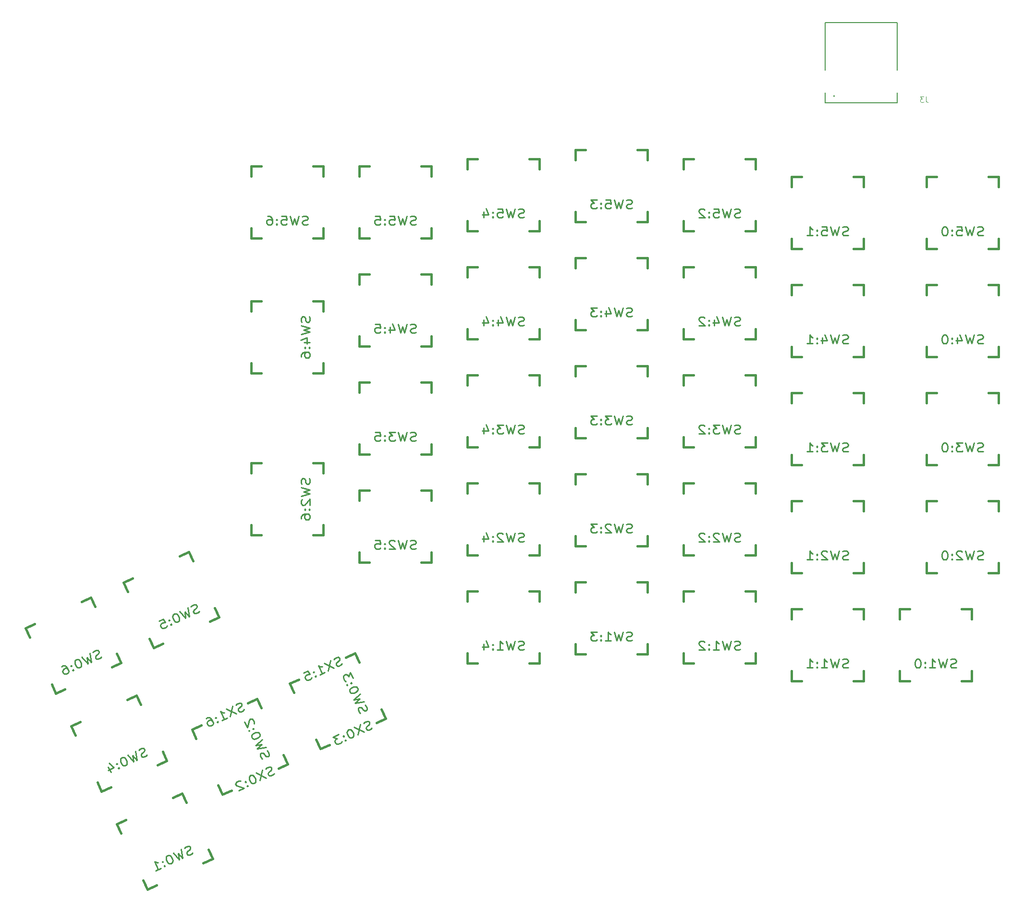
<source format=gbo>
G04 #@! TF.GenerationSoftware,KiCad,Pcbnew,5.0.2+dfsg1-1*
G04 #@! TF.CreationDate,2021-01-12T18:46:28+01:00*
G04 #@! TF.ProjectId,ErgoDOX,4572676f-444f-4582-9e6b-696361645f70,rev?*
G04 #@! TF.SameCoordinates,Original*
G04 #@! TF.FileFunction,Legend,Bot*
G04 #@! TF.FilePolarity,Positive*
%FSLAX46Y46*%
G04 Gerber Fmt 4.6, Leading zero omitted, Abs format (unit mm)*
G04 Created by KiCad (PCBNEW 5.0.2+dfsg1-1) date Tue 12 Jan 2021 06:46:28 PM CET*
%MOMM*%
%LPD*%
G01*
G04 APERTURE LIST*
%ADD10C,0.381000*%
%ADD11C,0.200000*%
%ADD12C,0.254000*%
%ADD13C,0.015000*%
G04 APERTURE END LIST*
D10*
G04 #@! TO.C,SW1:9*
X104140000Y-135455660D02*
X104140000Y-133677660D01*
X104140000Y-146377660D02*
X104140000Y-144599660D01*
X105918000Y-146377660D02*
X104140000Y-146377660D01*
X116840000Y-146377660D02*
X115062000Y-146377660D01*
X116840000Y-144599660D02*
X116840000Y-146377660D01*
X116840000Y-133677660D02*
X116840000Y-135455660D01*
X115062000Y-133677660D02*
X116840000Y-133677660D01*
X104140000Y-133677660D02*
X105918000Y-133677660D01*
G04 #@! TO.C,SW0:10*
X79842847Y-160752745D02*
X78231432Y-161504160D01*
X89741540Y-156136908D02*
X88130125Y-156888324D01*
X88990125Y-154525493D02*
X89741540Y-156136908D01*
X84374288Y-144626800D02*
X85125704Y-146238215D01*
X82762873Y-145378215D02*
X84374288Y-144626800D01*
X72864180Y-149994052D02*
X74475595Y-149242636D01*
X73615595Y-151605467D02*
X72864180Y-149994052D01*
X78231432Y-161504160D02*
X77480016Y-159892745D01*
G04 #@! TO.C,SW1:13*
X180340000Y-136852660D02*
X182118000Y-136852660D01*
X191262000Y-136852660D02*
X193040000Y-136852660D01*
X193040000Y-136852660D02*
X193040000Y-138630660D01*
X193040000Y-147774660D02*
X193040000Y-149552660D01*
X193040000Y-149552660D02*
X191262000Y-149552660D01*
X182118000Y-149552660D02*
X180340000Y-149552660D01*
X180340000Y-149552660D02*
X180340000Y-147774660D01*
X180340000Y-138630660D02*
X180340000Y-136852660D01*
G04 #@! TO.C,SW2:13*
X185102500Y-117802660D02*
X186880500Y-117802660D01*
X196024500Y-117802660D02*
X197802500Y-117802660D01*
X197802500Y-117802660D02*
X197802500Y-119580660D01*
X197802500Y-128724660D02*
X197802500Y-130502660D01*
X197802500Y-130502660D02*
X196024500Y-130502660D01*
X186880500Y-130502660D02*
X185102500Y-130502660D01*
X185102500Y-130502660D02*
X185102500Y-128724660D01*
X185102500Y-119580660D02*
X185102500Y-117802660D01*
G04 #@! TO.C,SW3:13*
X185102500Y-100530660D02*
X185102500Y-98752660D01*
X185102500Y-111452660D02*
X185102500Y-109674660D01*
X186880500Y-111452660D02*
X185102500Y-111452660D01*
X197802500Y-111452660D02*
X196024500Y-111452660D01*
X197802500Y-109674660D02*
X197802500Y-111452660D01*
X197802500Y-98752660D02*
X197802500Y-100530660D01*
X196024500Y-98752660D02*
X197802500Y-98752660D01*
X185102500Y-98752660D02*
X186880500Y-98752660D01*
G04 #@! TO.C,SW4:13*
X185102500Y-81480660D02*
X185102500Y-79702660D01*
X185102500Y-92402660D02*
X185102500Y-90624660D01*
X186880500Y-92402660D02*
X185102500Y-92402660D01*
X197802500Y-92402660D02*
X196024500Y-92402660D01*
X197802500Y-90624660D02*
X197802500Y-92402660D01*
X197802500Y-79702660D02*
X197802500Y-81480660D01*
X196024500Y-79702660D02*
X197802500Y-79702660D01*
X185102500Y-79702660D02*
X186880500Y-79702660D01*
G04 #@! TO.C,SW5:13*
X185102500Y-60655200D02*
X186880500Y-60655200D01*
X196024500Y-60655200D02*
X197802500Y-60655200D01*
X197802500Y-60655200D02*
X197802500Y-62433200D01*
X197802500Y-71577200D02*
X197802500Y-73355200D01*
X197802500Y-73355200D02*
X196024500Y-73355200D01*
X186880500Y-73355200D02*
X185102500Y-73355200D01*
X185102500Y-73355200D02*
X185102500Y-71577200D01*
X185102500Y-62433200D02*
X185102500Y-60655200D01*
D11*
G04 #@! TO.C,J3*
X167246300Y-47625700D02*
X179946300Y-47625700D01*
X179946300Y-47625700D02*
X179946300Y-45825700D01*
X167246300Y-47625700D02*
X167246300Y-45825700D01*
X167246300Y-41825700D02*
X167246300Y-33425700D01*
X167246300Y-33425700D02*
X179946300Y-33425700D01*
X179946300Y-33425700D02*
X179946300Y-41825700D01*
X168896300Y-46405700D02*
G75*
G03X168896300Y-46405700I-100000J0D01*
G01*
D10*
G04 #@! TO.C,SW5:8*
X85090000Y-60528200D02*
X85090000Y-58750200D01*
X85090000Y-71450200D02*
X85090000Y-69672200D01*
X86868000Y-71450200D02*
X85090000Y-71450200D01*
X97790000Y-71450200D02*
X96012000Y-71450200D01*
X97790000Y-69672200D02*
X97790000Y-71450200D01*
X97790000Y-58750200D02*
X97790000Y-60528200D01*
X96012000Y-58750200D02*
X97790000Y-58750200D01*
X85090000Y-58750200D02*
X86868000Y-58750200D01*
G04 #@! TO.C,SW4:11*
X142240000Y-78305660D02*
X142240000Y-76527660D01*
X142240000Y-89227660D02*
X142240000Y-87449660D01*
X144018000Y-89227660D02*
X142240000Y-89227660D01*
X154940000Y-89227660D02*
X153162000Y-89227660D01*
X154940000Y-87449660D02*
X154940000Y-89227660D01*
X154940000Y-76527660D02*
X154940000Y-78305660D01*
X153162000Y-76527660D02*
X154940000Y-76527660D01*
X142240000Y-76527660D02*
X144018000Y-76527660D01*
G04 #@! TO.C,SW0:11*
X62578467Y-168804545D02*
X60967052Y-169555960D01*
X72477160Y-164188708D02*
X70865745Y-164940124D01*
X71725745Y-162577293D02*
X72477160Y-164188708D01*
X67109908Y-152678600D02*
X67861324Y-154290015D01*
X65498493Y-153430015D02*
X67109908Y-152678600D01*
X55599800Y-158045852D02*
X57211215Y-157294436D01*
X56351215Y-159657267D02*
X55599800Y-158045852D01*
X60967052Y-169555960D02*
X60215636Y-167944545D01*
G04 #@! TO.C,SW1:10*
X123190000Y-133858000D02*
X123190000Y-132080000D01*
X123190000Y-144780000D02*
X123190000Y-143002000D01*
X124968000Y-144780000D02*
X123190000Y-144780000D01*
X135890000Y-144780000D02*
X134112000Y-144780000D01*
X135890000Y-143002000D02*
X135890000Y-144780000D01*
X135890000Y-132080000D02*
X135890000Y-133858000D01*
X134112000Y-132080000D02*
X135890000Y-132080000D01*
X123190000Y-132080000D02*
X124968000Y-132080000D01*
G04 #@! TO.C,SW1:12*
X161290000Y-138630660D02*
X161290000Y-136852660D01*
X161290000Y-149552660D02*
X161290000Y-147774660D01*
X163068000Y-149552660D02*
X161290000Y-149552660D01*
X173990000Y-149552660D02*
X172212000Y-149552660D01*
X173990000Y-147774660D02*
X173990000Y-149552660D01*
X173990000Y-136852660D02*
X173990000Y-138630660D01*
X172212000Y-136852660D02*
X173990000Y-136852660D01*
X161290000Y-136852660D02*
X163068000Y-136852660D01*
G04 #@! TO.C,SW2:8*
X85090000Y-117675660D02*
X85090000Y-115897660D01*
X85090000Y-128597660D02*
X85090000Y-126819660D01*
X86868000Y-128597660D02*
X85090000Y-128597660D01*
X97790000Y-128597660D02*
X96012000Y-128597660D01*
X97790000Y-126819660D02*
X97790000Y-128597660D01*
X97790000Y-115897660D02*
X97790000Y-117675660D01*
X96012000Y-115897660D02*
X97790000Y-115897660D01*
X85090000Y-115897660D02*
X86868000Y-115897660D01*
G04 #@! TO.C,SW2:9*
X104140000Y-116405660D02*
X104140000Y-114627660D01*
X104140000Y-127327660D02*
X104140000Y-125549660D01*
X105918000Y-127327660D02*
X104140000Y-127327660D01*
X116840000Y-127327660D02*
X115062000Y-127327660D01*
X116840000Y-125549660D02*
X116840000Y-127327660D01*
X116840000Y-114627660D02*
X116840000Y-116405660D01*
X115062000Y-114627660D02*
X116840000Y-114627660D01*
X104140000Y-114627660D02*
X105918000Y-114627660D01*
G04 #@! TO.C,SW2:10*
X123190000Y-114808000D02*
X123190000Y-113030000D01*
X123190000Y-125730000D02*
X123190000Y-123952000D01*
X124968000Y-125730000D02*
X123190000Y-125730000D01*
X135890000Y-125730000D02*
X134112000Y-125730000D01*
X135890000Y-123952000D02*
X135890000Y-125730000D01*
X135890000Y-113030000D02*
X135890000Y-114808000D01*
X134112000Y-113030000D02*
X135890000Y-113030000D01*
X123190000Y-113030000D02*
X124968000Y-113030000D01*
G04 #@! TO.C,SW2:11*
X142240000Y-116405660D02*
X142240000Y-114627660D01*
X142240000Y-127327660D02*
X142240000Y-125549660D01*
X144018000Y-127327660D02*
X142240000Y-127327660D01*
X154940000Y-127327660D02*
X153162000Y-127327660D01*
X154940000Y-125549660D02*
X154940000Y-127327660D01*
X154940000Y-114627660D02*
X154940000Y-116405660D01*
X153162000Y-114627660D02*
X154940000Y-114627660D01*
X142240000Y-114627660D02*
X144018000Y-114627660D01*
G04 #@! TO.C,SW2:12*
X161290000Y-119580660D02*
X161290000Y-117802660D01*
X161290000Y-130502660D02*
X161290000Y-128724660D01*
X163068000Y-130502660D02*
X161290000Y-130502660D01*
X173990000Y-130502660D02*
X172212000Y-130502660D01*
X173990000Y-128724660D02*
X173990000Y-130502660D01*
X173990000Y-117802660D02*
X173990000Y-119580660D01*
X172212000Y-117802660D02*
X173990000Y-117802660D01*
X161290000Y-117802660D02*
X163068000Y-117802660D01*
G04 #@! TO.C,SW3:8*
X85090000Y-98625660D02*
X85090000Y-96847660D01*
X85090000Y-109547660D02*
X85090000Y-107769660D01*
X86868000Y-109547660D02*
X85090000Y-109547660D01*
X97790000Y-109547660D02*
X96012000Y-109547660D01*
X97790000Y-107769660D02*
X97790000Y-109547660D01*
X97790000Y-96847660D02*
X97790000Y-98625660D01*
X96012000Y-96847660D02*
X97790000Y-96847660D01*
X85090000Y-96847660D02*
X86868000Y-96847660D01*
G04 #@! TO.C,SW3:9*
X104140000Y-97355660D02*
X104140000Y-95577660D01*
X104140000Y-108277660D02*
X104140000Y-106499660D01*
X105918000Y-108277660D02*
X104140000Y-108277660D01*
X116840000Y-108277660D02*
X115062000Y-108277660D01*
X116840000Y-106499660D02*
X116840000Y-108277660D01*
X116840000Y-95577660D02*
X116840000Y-97355660D01*
X115062000Y-95577660D02*
X116840000Y-95577660D01*
X104140000Y-95577660D02*
X105918000Y-95577660D01*
G04 #@! TO.C,SW3:10*
X123190000Y-95758000D02*
X123190000Y-93980000D01*
X123190000Y-106680000D02*
X123190000Y-104902000D01*
X124968000Y-106680000D02*
X123190000Y-106680000D01*
X135890000Y-106680000D02*
X134112000Y-106680000D01*
X135890000Y-104902000D02*
X135890000Y-106680000D01*
X135890000Y-93980000D02*
X135890000Y-95758000D01*
X134112000Y-93980000D02*
X135890000Y-93980000D01*
X123190000Y-93980000D02*
X124968000Y-93980000D01*
G04 #@! TO.C,SW3:11*
X142240000Y-97355660D02*
X142240000Y-95577660D01*
X142240000Y-108277660D02*
X142240000Y-106499660D01*
X144018000Y-108277660D02*
X142240000Y-108277660D01*
X154940000Y-108277660D02*
X153162000Y-108277660D01*
X154940000Y-106499660D02*
X154940000Y-108277660D01*
X154940000Y-95577660D02*
X154940000Y-97355660D01*
X153162000Y-95577660D02*
X154940000Y-95577660D01*
X142240000Y-95577660D02*
X144018000Y-95577660D01*
G04 #@! TO.C,SW4:9*
X104140000Y-78305660D02*
X104140000Y-76527660D01*
X104140000Y-89227660D02*
X104140000Y-87449660D01*
X105918000Y-89227660D02*
X104140000Y-89227660D01*
X116840000Y-89227660D02*
X115062000Y-89227660D01*
X116840000Y-87449660D02*
X116840000Y-89227660D01*
X116840000Y-76527660D02*
X116840000Y-78305660D01*
X115062000Y-76527660D02*
X116840000Y-76527660D01*
X104140000Y-76527660D02*
X105918000Y-76527660D01*
G04 #@! TO.C,SW4:10*
X123190000Y-76708000D02*
X123190000Y-74930000D01*
X123190000Y-87630000D02*
X123190000Y-85852000D01*
X124968000Y-87630000D02*
X123190000Y-87630000D01*
X135890000Y-87630000D02*
X134112000Y-87630000D01*
X135890000Y-85852000D02*
X135890000Y-87630000D01*
X135890000Y-74930000D02*
X135890000Y-76708000D01*
X134112000Y-74930000D02*
X135890000Y-74930000D01*
X123190000Y-74930000D02*
X124968000Y-74930000D01*
G04 #@! TO.C,SW4:12*
X161290000Y-81480660D02*
X161290000Y-79702660D01*
X161290000Y-92402660D02*
X161290000Y-90624660D01*
X163068000Y-92402660D02*
X161290000Y-92402660D01*
X173990000Y-92402660D02*
X172212000Y-92402660D01*
X173990000Y-90624660D02*
X173990000Y-92402660D01*
X173990000Y-79702660D02*
X173990000Y-81480660D01*
X172212000Y-79702660D02*
X173990000Y-79702660D01*
X161290000Y-79702660D02*
X163068000Y-79702660D01*
G04 #@! TO.C,SW1:11*
X142240000Y-135455660D02*
X142240000Y-133677660D01*
X142240000Y-146377660D02*
X142240000Y-144599660D01*
X144018000Y-146377660D02*
X142240000Y-146377660D01*
X154940000Y-146377660D02*
X153162000Y-146377660D01*
X154940000Y-144599660D02*
X154940000Y-146377660D01*
X154940000Y-133677660D02*
X154940000Y-135455660D01*
X153162000Y-133677660D02*
X154940000Y-133677660D01*
X142240000Y-133677660D02*
X144018000Y-133677660D01*
G04 #@! TO.C,SW5:9*
X104140000Y-59255660D02*
X104140000Y-57477660D01*
X104140000Y-70177660D02*
X104140000Y-68399660D01*
X105918000Y-70177660D02*
X104140000Y-70177660D01*
X116840000Y-70177660D02*
X115062000Y-70177660D01*
X116840000Y-68399660D02*
X116840000Y-70177660D01*
X116840000Y-57477660D02*
X116840000Y-59255660D01*
X115062000Y-57477660D02*
X116840000Y-57477660D01*
X104140000Y-57477660D02*
X105918000Y-57477660D01*
G04 #@! TO.C,SW5:10*
X123190000Y-57658000D02*
X123190000Y-55880000D01*
X123190000Y-68580000D02*
X123190000Y-66802000D01*
X124968000Y-68580000D02*
X123190000Y-68580000D01*
X135890000Y-68580000D02*
X134112000Y-68580000D01*
X135890000Y-66802000D02*
X135890000Y-68580000D01*
X135890000Y-55880000D02*
X135890000Y-57658000D01*
X134112000Y-55880000D02*
X135890000Y-55880000D01*
X123190000Y-55880000D02*
X124968000Y-55880000D01*
G04 #@! TO.C,SW5:11*
X142240000Y-59255660D02*
X142240000Y-57477660D01*
X142240000Y-70177660D02*
X142240000Y-68399660D01*
X144018000Y-70177660D02*
X142240000Y-70177660D01*
X154940000Y-70177660D02*
X153162000Y-70177660D01*
X154940000Y-68399660D02*
X154940000Y-70177660D01*
X154940000Y-57477660D02*
X154940000Y-59255660D01*
X153162000Y-57477660D02*
X154940000Y-57477660D01*
X142240000Y-57477660D02*
X144018000Y-57477660D01*
G04 #@! TO.C,SW5:12*
X161290000Y-62433200D02*
X161290000Y-60655200D01*
X161290000Y-73355200D02*
X161290000Y-71577200D01*
X163068000Y-73355200D02*
X161290000Y-73355200D01*
X173990000Y-73355200D02*
X172212000Y-73355200D01*
X173990000Y-71577200D02*
X173990000Y-73355200D01*
X173990000Y-60655200D02*
X173990000Y-62433200D01*
X172212000Y-60655200D02*
X173990000Y-60655200D01*
X161290000Y-60655200D02*
X163068000Y-60655200D01*
G04 #@! TO.C,SW0:8*
X44276055Y-133759427D02*
X43524640Y-132148012D01*
X48891892Y-143658120D02*
X48140476Y-142046705D01*
X50503307Y-142906705D02*
X48891892Y-143658120D01*
X60402000Y-138290868D02*
X58790585Y-139042284D01*
X59650585Y-136679453D02*
X60402000Y-138290868D01*
X55034748Y-126780760D02*
X55786164Y-128392175D01*
X53423333Y-127532175D02*
X55034748Y-126780760D01*
X43524640Y-132148012D02*
X45136055Y-131396596D01*
G04 #@! TO.C,SW0:7*
X27011675Y-141808687D02*
X26260260Y-140197272D01*
X31627512Y-151707380D02*
X30876096Y-150095965D01*
X33238927Y-150955965D02*
X31627512Y-151707380D01*
X43137620Y-146340128D02*
X41526205Y-147091544D01*
X42386205Y-144728713D02*
X43137620Y-146340128D01*
X37770368Y-134830020D02*
X38521784Y-136441435D01*
X36158953Y-135581435D02*
X37770368Y-134830020D01*
X26260260Y-140197272D02*
X27871675Y-139445856D01*
G04 #@! TO.C,SW0:12*
X43112735Y-176339987D02*
X42361320Y-174728572D01*
X47728572Y-186238680D02*
X46977156Y-184627265D01*
X49339987Y-185487265D02*
X47728572Y-186238680D01*
X59238680Y-180871428D02*
X57627265Y-181622844D01*
X58487265Y-179260013D02*
X59238680Y-180871428D01*
X53871428Y-169361320D02*
X54622844Y-170972735D01*
X52260013Y-170112735D02*
X53871428Y-169361320D01*
X42361320Y-174728572D02*
X43972735Y-173977156D01*
G04 #@! TO.C,SW0:9*
X35060935Y-159073067D02*
X34309520Y-157461652D01*
X39676772Y-168971760D02*
X38925356Y-167360345D01*
X41288187Y-168220345D02*
X39676772Y-168971760D01*
X51186880Y-163604508D02*
X49575465Y-164355924D01*
X50435465Y-161993093D02*
X51186880Y-163604508D01*
X45819628Y-152094400D02*
X46571044Y-153705815D01*
X44208213Y-152845815D02*
X45819628Y-152094400D01*
X34309520Y-157461652D02*
X35920935Y-156710236D01*
G04 #@! TO.C,SW4:8*
X85090000Y-79575660D02*
X85090000Y-77797660D01*
X85090000Y-90497660D02*
X85090000Y-88719660D01*
X86868000Y-90497660D02*
X85090000Y-90497660D01*
X97790000Y-90497660D02*
X96012000Y-90497660D01*
X97790000Y-88719660D02*
X97790000Y-90497660D01*
X97790000Y-77797660D02*
X97790000Y-79575660D01*
X96012000Y-77797660D02*
X97790000Y-77797660D01*
X85090000Y-77797660D02*
X86868000Y-77797660D01*
G04 #@! TO.C,SW2:7*
X67818000Y-123835160D02*
X66040000Y-123835160D01*
X78740000Y-123835160D02*
X76962000Y-123835160D01*
X78740000Y-122057160D02*
X78740000Y-123835160D01*
X78740000Y-111135160D02*
X78740000Y-112913160D01*
X76962000Y-111135160D02*
X78740000Y-111135160D01*
X66040000Y-111135160D02*
X67818000Y-111135160D01*
X66040000Y-112913160D02*
X66040000Y-111135160D01*
X66040000Y-123835160D02*
X66040000Y-122057160D01*
G04 #@! TO.C,SW4:7*
X67818000Y-95260160D02*
X66040000Y-95260160D01*
X78740000Y-95260160D02*
X76962000Y-95260160D01*
X78740000Y-93482160D02*
X78740000Y-95260160D01*
X78740000Y-82560160D02*
X78740000Y-84338160D01*
X76962000Y-82560160D02*
X78740000Y-82560160D01*
X66040000Y-82560160D02*
X67818000Y-82560160D01*
X66040000Y-84338160D02*
X66040000Y-82560160D01*
X66040000Y-95260160D02*
X66040000Y-93482160D01*
G04 #@! TO.C,SW5:7*
X66040000Y-60528200D02*
X66040000Y-58750200D01*
X66040000Y-71450200D02*
X66040000Y-69672200D01*
X67818000Y-71450200D02*
X66040000Y-71450200D01*
X78740000Y-71450200D02*
X76962000Y-71450200D01*
X78740000Y-69672200D02*
X78740000Y-71450200D01*
X78740000Y-58750200D02*
X78740000Y-60528200D01*
X76962000Y-58750200D02*
X78740000Y-58750200D01*
X66040000Y-58750200D02*
X67818000Y-58750200D01*
G04 #@! TO.C,SW3:12*
X161290000Y-100530660D02*
X161290000Y-98752660D01*
X161290000Y-111452660D02*
X161290000Y-109674660D01*
X163068000Y-111452660D02*
X161290000Y-111452660D01*
X173990000Y-111452660D02*
X172212000Y-111452660D01*
X173990000Y-109674660D02*
X173990000Y-111452660D01*
X173990000Y-98752660D02*
X173990000Y-100530660D01*
X172212000Y-98752660D02*
X173990000Y-98752660D01*
X161290000Y-98752660D02*
X163068000Y-98752660D01*
G04 #@! TO.C,SX1:8*
D12*
X82081777Y-146516661D02*
X81882245Y-146689778D01*
X81498575Y-146868687D01*
X81314436Y-146874478D01*
X81207032Y-146844487D01*
X81068958Y-146748725D01*
X81007618Y-146617181D01*
X81023012Y-146449855D01*
X81069076Y-146348301D01*
X81191874Y-146210966D01*
X81468141Y-146002067D01*
X81590939Y-145864732D01*
X81637003Y-145763178D01*
X81652397Y-145595852D01*
X81591057Y-145464308D01*
X81452983Y-145368546D01*
X81345579Y-145338555D01*
X81161441Y-145344347D01*
X80777770Y-145523255D01*
X80578238Y-145696372D01*
X80010430Y-145881072D02*
X79580223Y-147763229D01*
X78936153Y-146382015D02*
X80654500Y-147262285D01*
X78122276Y-148443080D02*
X79043085Y-148013700D01*
X78582680Y-148228390D02*
X77938610Y-146847177D01*
X78184088Y-146972930D01*
X78398896Y-147032911D01*
X78583034Y-147027120D01*
X77370329Y-148633571D02*
X77324265Y-148735125D01*
X77431669Y-148765116D01*
X77477733Y-148663562D01*
X77370329Y-148633571D01*
X77431669Y-148765116D01*
X77032959Y-147910079D02*
X76986895Y-148011633D01*
X77094299Y-148041623D01*
X77140363Y-147940069D01*
X77032959Y-147910079D01*
X77094299Y-148041623D01*
X75252918Y-148099536D02*
X76020259Y-147741719D01*
X76403693Y-148363658D01*
X76296289Y-148333668D01*
X76112151Y-148339459D01*
X75728480Y-148518367D01*
X75605682Y-148655703D01*
X75559618Y-148757257D01*
X75544224Y-148924582D01*
X75697574Y-149253443D01*
X75835648Y-149349205D01*
X75943052Y-149379195D01*
X76127190Y-149373404D01*
X76510861Y-149194496D01*
X76633659Y-149057160D01*
X76679723Y-148955607D01*
G04 #@! TO.C,SX1:7*
X64817397Y-154568461D02*
X64617865Y-154741578D01*
X64234195Y-154920487D01*
X64050056Y-154926278D01*
X63942652Y-154896287D01*
X63804578Y-154800525D01*
X63743238Y-154668981D01*
X63758632Y-154501655D01*
X63804696Y-154400101D01*
X63927494Y-154262766D01*
X64203761Y-154053867D01*
X64326559Y-153916532D01*
X64372623Y-153814978D01*
X64388017Y-153647652D01*
X64326677Y-153516108D01*
X64188603Y-153420346D01*
X64081199Y-153390355D01*
X63897061Y-153396147D01*
X63513390Y-153575055D01*
X63313858Y-153748172D01*
X62746050Y-153932872D02*
X62315843Y-155815029D01*
X61671773Y-154433815D02*
X63390120Y-155314085D01*
X60857896Y-156494880D02*
X61778705Y-156065500D01*
X61318300Y-156280190D02*
X60674230Y-154898977D01*
X60919708Y-155024730D01*
X61134516Y-155084711D01*
X61318654Y-155078920D01*
X60105949Y-156685371D02*
X60059885Y-156786925D01*
X60167289Y-156816916D01*
X60213353Y-156715362D01*
X60105949Y-156685371D01*
X60167289Y-156816916D01*
X59768579Y-155961879D02*
X59722515Y-156063433D01*
X59829919Y-156093423D01*
X59875983Y-155991869D01*
X59768579Y-155961879D01*
X59829919Y-156093423D01*
X58065272Y-156115554D02*
X58372208Y-155972428D01*
X58556346Y-155966636D01*
X58663750Y-155996627D01*
X58909229Y-156122380D01*
X59108643Y-156349686D01*
X59354003Y-156875862D01*
X59338609Y-157043188D01*
X59292545Y-157144742D01*
X59169747Y-157282077D01*
X58862810Y-157425204D01*
X58678672Y-157430995D01*
X58571268Y-157401005D01*
X58433194Y-157305243D01*
X58279844Y-156976382D01*
X58295238Y-156809057D01*
X58341302Y-156707503D01*
X58464100Y-156570167D01*
X58771037Y-156427041D01*
X58955175Y-156421249D01*
X59062579Y-156451240D01*
X59200653Y-156547002D01*
G04 #@! TO.C,SX0:11*
X70075685Y-165847585D02*
X69876153Y-166020702D01*
X69492483Y-166199611D01*
X69308344Y-166205402D01*
X69200940Y-166175411D01*
X69062866Y-166079649D01*
X69001526Y-165948105D01*
X69016920Y-165780779D01*
X69062984Y-165679225D01*
X69185782Y-165541890D01*
X69462049Y-165332991D01*
X69584847Y-165195656D01*
X69630911Y-165094102D01*
X69646305Y-164926776D01*
X69584965Y-164795232D01*
X69446891Y-164699470D01*
X69339487Y-164669479D01*
X69155349Y-164675271D01*
X68771678Y-164854179D01*
X68572146Y-165027296D01*
X68004338Y-165211996D02*
X67574131Y-167094153D01*
X66930061Y-165712939D02*
X68648408Y-166593209D01*
X66009252Y-166142320D02*
X65855784Y-166213883D01*
X65732986Y-166351218D01*
X65686922Y-166452772D01*
X65671528Y-166620098D01*
X65717474Y-166918968D01*
X65870824Y-167247828D01*
X66070238Y-167475135D01*
X66208312Y-167570897D01*
X66315716Y-167600887D01*
X66499854Y-167595096D01*
X66653322Y-167523533D01*
X66776120Y-167386197D01*
X66822185Y-167284644D01*
X66837579Y-167117318D01*
X66791633Y-166818448D01*
X66638283Y-166489588D01*
X66438868Y-166262281D01*
X66300794Y-166166519D01*
X66193390Y-166136528D01*
X66009252Y-166142320D01*
X65364237Y-167964495D02*
X65318173Y-168066049D01*
X65425577Y-168096040D01*
X65471641Y-167994486D01*
X65364237Y-167964495D01*
X65425577Y-168096040D01*
X65026867Y-167241003D02*
X64980803Y-167342557D01*
X65088207Y-167372547D01*
X65134271Y-167270993D01*
X65026867Y-167241003D01*
X65088207Y-167372547D01*
X64152241Y-167168406D02*
X64044837Y-167138415D01*
X63860698Y-167144207D01*
X63477028Y-167323115D01*
X63354230Y-167460450D01*
X63308166Y-167562004D01*
X63292772Y-167729330D01*
X63354112Y-167860874D01*
X63522856Y-168022409D01*
X64811705Y-168382293D01*
X63814162Y-168847455D01*
G04 #@! TO.C,SX0:10*
X87342605Y-157798325D02*
X87143073Y-157971442D01*
X86759403Y-158150351D01*
X86575264Y-158156142D01*
X86467860Y-158126151D01*
X86329786Y-158030389D01*
X86268446Y-157898845D01*
X86283840Y-157731519D01*
X86329904Y-157629965D01*
X86452702Y-157492630D01*
X86728969Y-157283731D01*
X86851767Y-157146396D01*
X86897831Y-157044842D01*
X86913225Y-156877516D01*
X86851885Y-156745972D01*
X86713811Y-156650210D01*
X86606407Y-156620219D01*
X86422269Y-156626011D01*
X86038598Y-156804919D01*
X85839066Y-156978036D01*
X85271258Y-157162736D02*
X84841051Y-159044893D01*
X84196981Y-157663679D02*
X85915328Y-158543949D01*
X83276172Y-158093060D02*
X83122704Y-158164623D01*
X82999906Y-158301958D01*
X82953842Y-158403512D01*
X82938448Y-158570838D01*
X82984394Y-158869708D01*
X83137744Y-159198568D01*
X83337158Y-159425875D01*
X83475232Y-159521637D01*
X83582636Y-159551627D01*
X83766774Y-159545836D01*
X83920242Y-159474273D01*
X84043040Y-159336937D01*
X84089105Y-159235384D01*
X84104499Y-159068058D01*
X84058553Y-158769188D01*
X83905203Y-158440328D01*
X83705788Y-158213021D01*
X83567714Y-158117259D01*
X83460310Y-158087268D01*
X83276172Y-158093060D01*
X82631157Y-159915235D02*
X82585093Y-160016789D01*
X82692497Y-160046780D01*
X82738561Y-159945226D01*
X82631157Y-159915235D01*
X82692497Y-160046780D01*
X82293787Y-159191743D02*
X82247723Y-159293297D01*
X82355127Y-159323287D01*
X82401191Y-159221733D01*
X82293787Y-159191743D01*
X82355127Y-159323287D01*
X81434555Y-158951820D02*
X80437012Y-159416982D01*
X81219510Y-159692686D01*
X80989308Y-159800031D01*
X80866510Y-159937367D01*
X80820446Y-160038921D01*
X80805052Y-160206246D01*
X80958402Y-160535107D01*
X81096476Y-160630869D01*
X81203880Y-160660859D01*
X81388018Y-160655068D01*
X81848423Y-160440378D01*
X81971221Y-160303043D01*
X82017285Y-160201489D01*
G04 #@! TO.C,SW1:9*
X114130666Y-143946517D02*
X113876666Y-144019088D01*
X113453333Y-144019088D01*
X113284000Y-143946517D01*
X113199333Y-143873945D01*
X113114666Y-143728802D01*
X113114666Y-143583660D01*
X113199333Y-143438517D01*
X113284000Y-143365945D01*
X113453333Y-143293374D01*
X113792000Y-143220802D01*
X113961333Y-143148231D01*
X114046000Y-143075660D01*
X114130666Y-142930517D01*
X114130666Y-142785374D01*
X114046000Y-142640231D01*
X113961333Y-142567660D01*
X113792000Y-142495088D01*
X113368666Y-142495088D01*
X113114666Y-142567660D01*
X112522000Y-142495088D02*
X112098666Y-144019088D01*
X111760000Y-142930517D01*
X111421333Y-144019088D01*
X110998000Y-142495088D01*
X109389333Y-144019088D02*
X110405333Y-144019088D01*
X109897333Y-144019088D02*
X109897333Y-142495088D01*
X110066666Y-142712802D01*
X110236000Y-142857945D01*
X110405333Y-142930517D01*
X108627333Y-143873945D02*
X108542666Y-143946517D01*
X108627333Y-144019088D01*
X108712000Y-143946517D01*
X108627333Y-143873945D01*
X108627333Y-144019088D01*
X108627333Y-143075660D02*
X108542666Y-143148231D01*
X108627333Y-143220802D01*
X108712000Y-143148231D01*
X108627333Y-143075660D01*
X108627333Y-143220802D01*
X107018666Y-143003088D02*
X107018666Y-144019088D01*
X107442000Y-142422517D02*
X107865333Y-143511088D01*
X106764666Y-143511088D01*
G04 #@! TO.C,SW0:10*
X85275037Y-155230253D02*
X85101920Y-155030721D01*
X84923012Y-154647051D01*
X84917220Y-154462913D01*
X84947211Y-154355508D01*
X85042973Y-154217434D01*
X85174517Y-154156094D01*
X85341843Y-154171488D01*
X85443397Y-154217552D01*
X85580732Y-154340351D01*
X85789631Y-154616617D01*
X85926966Y-154739415D01*
X86028520Y-154785479D01*
X86195846Y-154800873D01*
X86327390Y-154739533D01*
X86423153Y-154601459D01*
X86453143Y-154494055D01*
X86447352Y-154309917D01*
X86268443Y-153926246D01*
X86095326Y-153726714D01*
X85910626Y-153158906D02*
X84350505Y-153419306D01*
X85193959Y-152652319D01*
X84064251Y-152805433D01*
X85266556Y-151777693D01*
X84837176Y-150856884D02*
X84765613Y-150703416D01*
X84628277Y-150580618D01*
X84526724Y-150534554D01*
X84359398Y-150519160D01*
X84060528Y-150565106D01*
X83731668Y-150718456D01*
X83504361Y-150917870D01*
X83408599Y-151055944D01*
X83378608Y-151163348D01*
X83384400Y-151347486D01*
X83455963Y-151500954D01*
X83593298Y-151623752D01*
X83694852Y-151669816D01*
X83862178Y-151685210D01*
X84161048Y-151639264D01*
X84489908Y-151485914D01*
X84717215Y-151286500D01*
X84812977Y-151148426D01*
X84842967Y-151041022D01*
X84837176Y-150856884D01*
X83015000Y-150211869D02*
X82913446Y-150165805D01*
X82883456Y-150273209D01*
X82985010Y-150319273D01*
X83015000Y-150211869D01*
X82883456Y-150273209D01*
X83738493Y-149874499D02*
X83636939Y-149828435D01*
X83606949Y-149935839D01*
X83708502Y-149981903D01*
X83738493Y-149874499D01*
X83606949Y-149935839D01*
X83978416Y-149015267D02*
X83513254Y-148017724D01*
X83237549Y-148800222D01*
X83130204Y-148570020D01*
X82992869Y-148447222D01*
X82891315Y-148401158D01*
X82723989Y-148385764D01*
X82395129Y-148539114D01*
X82299367Y-148677188D01*
X82269376Y-148784592D01*
X82275168Y-148968730D01*
X82489858Y-149429135D01*
X82627193Y-149551933D01*
X82728747Y-149597997D01*
G04 #@! TO.C,SW1:13*
X190330666Y-147121517D02*
X190076666Y-147194088D01*
X189653333Y-147194088D01*
X189484000Y-147121517D01*
X189399333Y-147048945D01*
X189314666Y-146903802D01*
X189314666Y-146758660D01*
X189399333Y-146613517D01*
X189484000Y-146540945D01*
X189653333Y-146468374D01*
X189992000Y-146395802D01*
X190161333Y-146323231D01*
X190246000Y-146250660D01*
X190330666Y-146105517D01*
X190330666Y-145960374D01*
X190246000Y-145815231D01*
X190161333Y-145742660D01*
X189992000Y-145670088D01*
X189568666Y-145670088D01*
X189314666Y-145742660D01*
X188722000Y-145670088D02*
X188298666Y-147194088D01*
X187960000Y-146105517D01*
X187621333Y-147194088D01*
X187198000Y-145670088D01*
X185589333Y-147194088D02*
X186605333Y-147194088D01*
X186097333Y-147194088D02*
X186097333Y-145670088D01*
X186266666Y-145887802D01*
X186436000Y-146032945D01*
X186605333Y-146105517D01*
X184827333Y-147048945D02*
X184742666Y-147121517D01*
X184827333Y-147194088D01*
X184912000Y-147121517D01*
X184827333Y-147048945D01*
X184827333Y-147194088D01*
X184827333Y-146250660D02*
X184742666Y-146323231D01*
X184827333Y-146395802D01*
X184912000Y-146323231D01*
X184827333Y-146250660D01*
X184827333Y-146395802D01*
X183642000Y-145670088D02*
X183472666Y-145670088D01*
X183303333Y-145742660D01*
X183218666Y-145815231D01*
X183134000Y-145960374D01*
X183049333Y-146250660D01*
X183049333Y-146613517D01*
X183134000Y-146903802D01*
X183218666Y-147048945D01*
X183303333Y-147121517D01*
X183472666Y-147194088D01*
X183642000Y-147194088D01*
X183811333Y-147121517D01*
X183896000Y-147048945D01*
X183980666Y-146903802D01*
X184065333Y-146613517D01*
X184065333Y-146250660D01*
X183980666Y-145960374D01*
X183896000Y-145815231D01*
X183811333Y-145742660D01*
X183642000Y-145670088D01*
G04 #@! TO.C,SW2:13*
X195093166Y-128071517D02*
X194839166Y-128144088D01*
X194415833Y-128144088D01*
X194246500Y-128071517D01*
X194161833Y-127998945D01*
X194077166Y-127853802D01*
X194077166Y-127708660D01*
X194161833Y-127563517D01*
X194246500Y-127490945D01*
X194415833Y-127418374D01*
X194754500Y-127345802D01*
X194923833Y-127273231D01*
X195008500Y-127200660D01*
X195093166Y-127055517D01*
X195093166Y-126910374D01*
X195008500Y-126765231D01*
X194923833Y-126692660D01*
X194754500Y-126620088D01*
X194331166Y-126620088D01*
X194077166Y-126692660D01*
X193484500Y-126620088D02*
X193061166Y-128144088D01*
X192722500Y-127055517D01*
X192383833Y-128144088D01*
X191960500Y-126620088D01*
X191367833Y-126765231D02*
X191283166Y-126692660D01*
X191113833Y-126620088D01*
X190690500Y-126620088D01*
X190521166Y-126692660D01*
X190436500Y-126765231D01*
X190351833Y-126910374D01*
X190351833Y-127055517D01*
X190436500Y-127273231D01*
X191452500Y-128144088D01*
X190351833Y-128144088D01*
X189589833Y-127998945D02*
X189505166Y-128071517D01*
X189589833Y-128144088D01*
X189674500Y-128071517D01*
X189589833Y-127998945D01*
X189589833Y-128144088D01*
X189589833Y-127200660D02*
X189505166Y-127273231D01*
X189589833Y-127345802D01*
X189674500Y-127273231D01*
X189589833Y-127200660D01*
X189589833Y-127345802D01*
X188404500Y-126620088D02*
X188235166Y-126620088D01*
X188065833Y-126692660D01*
X187981166Y-126765231D01*
X187896500Y-126910374D01*
X187811833Y-127200660D01*
X187811833Y-127563517D01*
X187896500Y-127853802D01*
X187981166Y-127998945D01*
X188065833Y-128071517D01*
X188235166Y-128144088D01*
X188404500Y-128144088D01*
X188573833Y-128071517D01*
X188658500Y-127998945D01*
X188743166Y-127853802D01*
X188827833Y-127563517D01*
X188827833Y-127200660D01*
X188743166Y-126910374D01*
X188658500Y-126765231D01*
X188573833Y-126692660D01*
X188404500Y-126620088D01*
G04 #@! TO.C,SW3:13*
X195093166Y-109021517D02*
X194839166Y-109094088D01*
X194415833Y-109094088D01*
X194246500Y-109021517D01*
X194161833Y-108948945D01*
X194077166Y-108803802D01*
X194077166Y-108658660D01*
X194161833Y-108513517D01*
X194246500Y-108440945D01*
X194415833Y-108368374D01*
X194754500Y-108295802D01*
X194923833Y-108223231D01*
X195008500Y-108150660D01*
X195093166Y-108005517D01*
X195093166Y-107860374D01*
X195008500Y-107715231D01*
X194923833Y-107642660D01*
X194754500Y-107570088D01*
X194331166Y-107570088D01*
X194077166Y-107642660D01*
X193484500Y-107570088D02*
X193061166Y-109094088D01*
X192722500Y-108005517D01*
X192383833Y-109094088D01*
X191960500Y-107570088D01*
X191452500Y-107570088D02*
X190351833Y-107570088D01*
X190944500Y-108150660D01*
X190690500Y-108150660D01*
X190521166Y-108223231D01*
X190436500Y-108295802D01*
X190351833Y-108440945D01*
X190351833Y-108803802D01*
X190436500Y-108948945D01*
X190521166Y-109021517D01*
X190690500Y-109094088D01*
X191198500Y-109094088D01*
X191367833Y-109021517D01*
X191452500Y-108948945D01*
X189589833Y-108948945D02*
X189505166Y-109021517D01*
X189589833Y-109094088D01*
X189674500Y-109021517D01*
X189589833Y-108948945D01*
X189589833Y-109094088D01*
X189589833Y-108150660D02*
X189505166Y-108223231D01*
X189589833Y-108295802D01*
X189674500Y-108223231D01*
X189589833Y-108150660D01*
X189589833Y-108295802D01*
X188404500Y-107570088D02*
X188235166Y-107570088D01*
X188065833Y-107642660D01*
X187981166Y-107715231D01*
X187896500Y-107860374D01*
X187811833Y-108150660D01*
X187811833Y-108513517D01*
X187896500Y-108803802D01*
X187981166Y-108948945D01*
X188065833Y-109021517D01*
X188235166Y-109094088D01*
X188404500Y-109094088D01*
X188573833Y-109021517D01*
X188658500Y-108948945D01*
X188743166Y-108803802D01*
X188827833Y-108513517D01*
X188827833Y-108150660D01*
X188743166Y-107860374D01*
X188658500Y-107715231D01*
X188573833Y-107642660D01*
X188404500Y-107570088D01*
G04 #@! TO.C,SW4:13*
X195093166Y-89971517D02*
X194839166Y-90044088D01*
X194415833Y-90044088D01*
X194246500Y-89971517D01*
X194161833Y-89898945D01*
X194077166Y-89753802D01*
X194077166Y-89608660D01*
X194161833Y-89463517D01*
X194246500Y-89390945D01*
X194415833Y-89318374D01*
X194754500Y-89245802D01*
X194923833Y-89173231D01*
X195008500Y-89100660D01*
X195093166Y-88955517D01*
X195093166Y-88810374D01*
X195008500Y-88665231D01*
X194923833Y-88592660D01*
X194754500Y-88520088D01*
X194331166Y-88520088D01*
X194077166Y-88592660D01*
X193484500Y-88520088D02*
X193061166Y-90044088D01*
X192722500Y-88955517D01*
X192383833Y-90044088D01*
X191960500Y-88520088D01*
X190521166Y-89028088D02*
X190521166Y-90044088D01*
X190944500Y-88447517D02*
X191367833Y-89536088D01*
X190267166Y-89536088D01*
X189589833Y-89898945D02*
X189505166Y-89971517D01*
X189589833Y-90044088D01*
X189674500Y-89971517D01*
X189589833Y-89898945D01*
X189589833Y-90044088D01*
X189589833Y-89100660D02*
X189505166Y-89173231D01*
X189589833Y-89245802D01*
X189674500Y-89173231D01*
X189589833Y-89100660D01*
X189589833Y-89245802D01*
X188404500Y-88520088D02*
X188235166Y-88520088D01*
X188065833Y-88592660D01*
X187981166Y-88665231D01*
X187896500Y-88810374D01*
X187811833Y-89100660D01*
X187811833Y-89463517D01*
X187896500Y-89753802D01*
X187981166Y-89898945D01*
X188065833Y-89971517D01*
X188235166Y-90044088D01*
X188404500Y-90044088D01*
X188573833Y-89971517D01*
X188658500Y-89898945D01*
X188743166Y-89753802D01*
X188827833Y-89463517D01*
X188827833Y-89100660D01*
X188743166Y-88810374D01*
X188658500Y-88665231D01*
X188573833Y-88592660D01*
X188404500Y-88520088D01*
G04 #@! TO.C,SW5:13*
X195093166Y-70924057D02*
X194839166Y-70996628D01*
X194415833Y-70996628D01*
X194246500Y-70924057D01*
X194161833Y-70851485D01*
X194077166Y-70706342D01*
X194077166Y-70561200D01*
X194161833Y-70416057D01*
X194246500Y-70343485D01*
X194415833Y-70270914D01*
X194754500Y-70198342D01*
X194923833Y-70125771D01*
X195008500Y-70053200D01*
X195093166Y-69908057D01*
X195093166Y-69762914D01*
X195008500Y-69617771D01*
X194923833Y-69545200D01*
X194754500Y-69472628D01*
X194331166Y-69472628D01*
X194077166Y-69545200D01*
X193484500Y-69472628D02*
X193061166Y-70996628D01*
X192722500Y-69908057D01*
X192383833Y-70996628D01*
X191960500Y-69472628D01*
X190436500Y-69472628D02*
X191283166Y-69472628D01*
X191367833Y-70198342D01*
X191283166Y-70125771D01*
X191113833Y-70053200D01*
X190690500Y-70053200D01*
X190521166Y-70125771D01*
X190436500Y-70198342D01*
X190351833Y-70343485D01*
X190351833Y-70706342D01*
X190436500Y-70851485D01*
X190521166Y-70924057D01*
X190690500Y-70996628D01*
X191113833Y-70996628D01*
X191283166Y-70924057D01*
X191367833Y-70851485D01*
X189589833Y-70851485D02*
X189505166Y-70924057D01*
X189589833Y-70996628D01*
X189674500Y-70924057D01*
X189589833Y-70851485D01*
X189589833Y-70996628D01*
X189589833Y-70053200D02*
X189505166Y-70125771D01*
X189589833Y-70198342D01*
X189674500Y-70125771D01*
X189589833Y-70053200D01*
X189589833Y-70198342D01*
X188404500Y-69472628D02*
X188235166Y-69472628D01*
X188065833Y-69545200D01*
X187981166Y-69617771D01*
X187896500Y-69762914D01*
X187811833Y-70053200D01*
X187811833Y-70416057D01*
X187896500Y-70706342D01*
X187981166Y-70851485D01*
X188065833Y-70924057D01*
X188235166Y-70996628D01*
X188404500Y-70996628D01*
X188573833Y-70924057D01*
X188658500Y-70851485D01*
X188743166Y-70706342D01*
X188827833Y-70416057D01*
X188827833Y-70053200D01*
X188743166Y-69762914D01*
X188658500Y-69617771D01*
X188573833Y-69545200D01*
X188404500Y-69472628D01*
G04 #@! TO.C,J3*
D13*
X185002633Y-46513980D02*
X185002633Y-47228266D01*
X185050252Y-47371123D01*
X185145490Y-47466361D01*
X185288347Y-47513980D01*
X185383585Y-47513980D01*
X184621680Y-46513980D02*
X184002633Y-46513980D01*
X184335966Y-46894933D01*
X184193109Y-46894933D01*
X184097871Y-46942552D01*
X184050252Y-46990171D01*
X184002633Y-47085409D01*
X184002633Y-47323504D01*
X184050252Y-47418742D01*
X184097871Y-47466361D01*
X184193109Y-47513980D01*
X184478823Y-47513980D01*
X184574061Y-47466361D01*
X184621680Y-47418742D01*
G04 #@! TO.C,SW5:8*
D12*
X95080666Y-69019057D02*
X94826666Y-69091628D01*
X94403333Y-69091628D01*
X94234000Y-69019057D01*
X94149333Y-68946485D01*
X94064666Y-68801342D01*
X94064666Y-68656200D01*
X94149333Y-68511057D01*
X94234000Y-68438485D01*
X94403333Y-68365914D01*
X94742000Y-68293342D01*
X94911333Y-68220771D01*
X94996000Y-68148200D01*
X95080666Y-68003057D01*
X95080666Y-67857914D01*
X94996000Y-67712771D01*
X94911333Y-67640200D01*
X94742000Y-67567628D01*
X94318666Y-67567628D01*
X94064666Y-67640200D01*
X93472000Y-67567628D02*
X93048666Y-69091628D01*
X92710000Y-68003057D01*
X92371333Y-69091628D01*
X91948000Y-67567628D01*
X90424000Y-67567628D02*
X91270666Y-67567628D01*
X91355333Y-68293342D01*
X91270666Y-68220771D01*
X91101333Y-68148200D01*
X90678000Y-68148200D01*
X90508666Y-68220771D01*
X90424000Y-68293342D01*
X90339333Y-68438485D01*
X90339333Y-68801342D01*
X90424000Y-68946485D01*
X90508666Y-69019057D01*
X90678000Y-69091628D01*
X91101333Y-69091628D01*
X91270666Y-69019057D01*
X91355333Y-68946485D01*
X89577333Y-68946485D02*
X89492666Y-69019057D01*
X89577333Y-69091628D01*
X89662000Y-69019057D01*
X89577333Y-68946485D01*
X89577333Y-69091628D01*
X89577333Y-68148200D02*
X89492666Y-68220771D01*
X89577333Y-68293342D01*
X89662000Y-68220771D01*
X89577333Y-68148200D01*
X89577333Y-68293342D01*
X87884000Y-67567628D02*
X88730666Y-67567628D01*
X88815333Y-68293342D01*
X88730666Y-68220771D01*
X88561333Y-68148200D01*
X88138000Y-68148200D01*
X87968666Y-68220771D01*
X87884000Y-68293342D01*
X87799333Y-68438485D01*
X87799333Y-68801342D01*
X87884000Y-68946485D01*
X87968666Y-69019057D01*
X88138000Y-69091628D01*
X88561333Y-69091628D01*
X88730666Y-69019057D01*
X88815333Y-68946485D01*
G04 #@! TO.C,SW4:11*
X152230666Y-86796517D02*
X151976666Y-86869088D01*
X151553333Y-86869088D01*
X151384000Y-86796517D01*
X151299333Y-86723945D01*
X151214666Y-86578802D01*
X151214666Y-86433660D01*
X151299333Y-86288517D01*
X151384000Y-86215945D01*
X151553333Y-86143374D01*
X151892000Y-86070802D01*
X152061333Y-85998231D01*
X152146000Y-85925660D01*
X152230666Y-85780517D01*
X152230666Y-85635374D01*
X152146000Y-85490231D01*
X152061333Y-85417660D01*
X151892000Y-85345088D01*
X151468666Y-85345088D01*
X151214666Y-85417660D01*
X150622000Y-85345088D02*
X150198666Y-86869088D01*
X149860000Y-85780517D01*
X149521333Y-86869088D01*
X149098000Y-85345088D01*
X147658666Y-85853088D02*
X147658666Y-86869088D01*
X148082000Y-85272517D02*
X148505333Y-86361088D01*
X147404666Y-86361088D01*
X146727333Y-86723945D02*
X146642666Y-86796517D01*
X146727333Y-86869088D01*
X146812000Y-86796517D01*
X146727333Y-86723945D01*
X146727333Y-86869088D01*
X146727333Y-85925660D02*
X146642666Y-85998231D01*
X146727333Y-86070802D01*
X146812000Y-85998231D01*
X146727333Y-85925660D01*
X146727333Y-86070802D01*
X145965333Y-85490231D02*
X145880666Y-85417660D01*
X145711333Y-85345088D01*
X145288000Y-85345088D01*
X145118666Y-85417660D01*
X145034000Y-85490231D01*
X144949333Y-85635374D01*
X144949333Y-85780517D01*
X145034000Y-85998231D01*
X146050000Y-86869088D01*
X144949333Y-86869088D01*
G04 #@! TO.C,SW0:11*
X68010657Y-163282053D02*
X67837540Y-163082521D01*
X67658632Y-162698851D01*
X67652840Y-162514713D01*
X67682831Y-162407308D01*
X67778593Y-162269234D01*
X67910137Y-162207894D01*
X68077463Y-162223288D01*
X68179017Y-162269352D01*
X68316352Y-162392151D01*
X68525251Y-162668417D01*
X68662586Y-162791215D01*
X68764140Y-162837279D01*
X68931466Y-162852673D01*
X69063010Y-162791333D01*
X69158773Y-162653259D01*
X69188763Y-162545855D01*
X69182972Y-162361717D01*
X69004063Y-161978046D01*
X68830946Y-161778514D01*
X68646246Y-161210706D02*
X67086125Y-161471106D01*
X67929579Y-160704119D01*
X66799871Y-160857233D01*
X68002176Y-159829493D01*
X67572796Y-158908684D02*
X67501233Y-158755216D01*
X67363897Y-158632418D01*
X67262344Y-158586354D01*
X67095018Y-158570960D01*
X66796148Y-158616906D01*
X66467288Y-158770256D01*
X66239981Y-158969670D01*
X66144219Y-159107744D01*
X66114228Y-159215148D01*
X66120020Y-159399286D01*
X66191583Y-159552754D01*
X66328918Y-159675552D01*
X66430472Y-159721616D01*
X66597798Y-159737010D01*
X66896668Y-159691064D01*
X67225528Y-159537714D01*
X67452835Y-159338300D01*
X67548597Y-159200226D01*
X67578587Y-159092822D01*
X67572796Y-158908684D01*
X65750620Y-158263669D02*
X65649066Y-158217605D01*
X65619076Y-158325009D01*
X65720630Y-158371073D01*
X65750620Y-158263669D01*
X65619076Y-158325009D01*
X66474113Y-157926299D02*
X66372559Y-157880235D01*
X66342569Y-157987639D01*
X66444122Y-158033703D01*
X66474113Y-157926299D01*
X66342569Y-157987639D01*
X66546710Y-157051673D02*
X66576700Y-156944268D01*
X66570909Y-156760130D01*
X66392001Y-156376460D01*
X66254665Y-156253662D01*
X66153111Y-156207598D01*
X65985786Y-156192204D01*
X65854242Y-156253544D01*
X65692707Y-156422288D01*
X65332823Y-157711137D01*
X64867661Y-156713594D01*
G04 #@! TO.C,SW1:10*
X133180666Y-142348857D02*
X132926666Y-142421428D01*
X132503333Y-142421428D01*
X132334000Y-142348857D01*
X132249333Y-142276285D01*
X132164666Y-142131142D01*
X132164666Y-141986000D01*
X132249333Y-141840857D01*
X132334000Y-141768285D01*
X132503333Y-141695714D01*
X132842000Y-141623142D01*
X133011333Y-141550571D01*
X133096000Y-141478000D01*
X133180666Y-141332857D01*
X133180666Y-141187714D01*
X133096000Y-141042571D01*
X133011333Y-140970000D01*
X132842000Y-140897428D01*
X132418666Y-140897428D01*
X132164666Y-140970000D01*
X131572000Y-140897428D02*
X131148666Y-142421428D01*
X130810000Y-141332857D01*
X130471333Y-142421428D01*
X130048000Y-140897428D01*
X128439333Y-142421428D02*
X129455333Y-142421428D01*
X128947333Y-142421428D02*
X128947333Y-140897428D01*
X129116666Y-141115142D01*
X129286000Y-141260285D01*
X129455333Y-141332857D01*
X127677333Y-142276285D02*
X127592666Y-142348857D01*
X127677333Y-142421428D01*
X127762000Y-142348857D01*
X127677333Y-142276285D01*
X127677333Y-142421428D01*
X127677333Y-141478000D02*
X127592666Y-141550571D01*
X127677333Y-141623142D01*
X127762000Y-141550571D01*
X127677333Y-141478000D01*
X127677333Y-141623142D01*
X127000000Y-140897428D02*
X125899333Y-140897428D01*
X126492000Y-141478000D01*
X126238000Y-141478000D01*
X126068666Y-141550571D01*
X125984000Y-141623142D01*
X125899333Y-141768285D01*
X125899333Y-142131142D01*
X125984000Y-142276285D01*
X126068666Y-142348857D01*
X126238000Y-142421428D01*
X126746000Y-142421428D01*
X126915333Y-142348857D01*
X127000000Y-142276285D01*
G04 #@! TO.C,SW1:12*
X171280666Y-147121517D02*
X171026666Y-147194088D01*
X170603333Y-147194088D01*
X170434000Y-147121517D01*
X170349333Y-147048945D01*
X170264666Y-146903802D01*
X170264666Y-146758660D01*
X170349333Y-146613517D01*
X170434000Y-146540945D01*
X170603333Y-146468374D01*
X170942000Y-146395802D01*
X171111333Y-146323231D01*
X171196000Y-146250660D01*
X171280666Y-146105517D01*
X171280666Y-145960374D01*
X171196000Y-145815231D01*
X171111333Y-145742660D01*
X170942000Y-145670088D01*
X170518666Y-145670088D01*
X170264666Y-145742660D01*
X169672000Y-145670088D02*
X169248666Y-147194088D01*
X168910000Y-146105517D01*
X168571333Y-147194088D01*
X168148000Y-145670088D01*
X166539333Y-147194088D02*
X167555333Y-147194088D01*
X167047333Y-147194088D02*
X167047333Y-145670088D01*
X167216666Y-145887802D01*
X167386000Y-146032945D01*
X167555333Y-146105517D01*
X165777333Y-147048945D02*
X165692666Y-147121517D01*
X165777333Y-147194088D01*
X165862000Y-147121517D01*
X165777333Y-147048945D01*
X165777333Y-147194088D01*
X165777333Y-146250660D02*
X165692666Y-146323231D01*
X165777333Y-146395802D01*
X165862000Y-146323231D01*
X165777333Y-146250660D01*
X165777333Y-146395802D01*
X163999333Y-147194088D02*
X165015333Y-147194088D01*
X164507333Y-147194088D02*
X164507333Y-145670088D01*
X164676666Y-145887802D01*
X164846000Y-146032945D01*
X165015333Y-146105517D01*
G04 #@! TO.C,SW2:8*
X95080666Y-126166517D02*
X94826666Y-126239088D01*
X94403333Y-126239088D01*
X94234000Y-126166517D01*
X94149333Y-126093945D01*
X94064666Y-125948802D01*
X94064666Y-125803660D01*
X94149333Y-125658517D01*
X94234000Y-125585945D01*
X94403333Y-125513374D01*
X94742000Y-125440802D01*
X94911333Y-125368231D01*
X94996000Y-125295660D01*
X95080666Y-125150517D01*
X95080666Y-125005374D01*
X94996000Y-124860231D01*
X94911333Y-124787660D01*
X94742000Y-124715088D01*
X94318666Y-124715088D01*
X94064666Y-124787660D01*
X93472000Y-124715088D02*
X93048666Y-126239088D01*
X92710000Y-125150517D01*
X92371333Y-126239088D01*
X91948000Y-124715088D01*
X91355333Y-124860231D02*
X91270666Y-124787660D01*
X91101333Y-124715088D01*
X90678000Y-124715088D01*
X90508666Y-124787660D01*
X90424000Y-124860231D01*
X90339333Y-125005374D01*
X90339333Y-125150517D01*
X90424000Y-125368231D01*
X91440000Y-126239088D01*
X90339333Y-126239088D01*
X89577333Y-126093945D02*
X89492666Y-126166517D01*
X89577333Y-126239088D01*
X89662000Y-126166517D01*
X89577333Y-126093945D01*
X89577333Y-126239088D01*
X89577333Y-125295660D02*
X89492666Y-125368231D01*
X89577333Y-125440802D01*
X89662000Y-125368231D01*
X89577333Y-125295660D01*
X89577333Y-125440802D01*
X87884000Y-124715088D02*
X88730666Y-124715088D01*
X88815333Y-125440802D01*
X88730666Y-125368231D01*
X88561333Y-125295660D01*
X88138000Y-125295660D01*
X87968666Y-125368231D01*
X87884000Y-125440802D01*
X87799333Y-125585945D01*
X87799333Y-125948802D01*
X87884000Y-126093945D01*
X87968666Y-126166517D01*
X88138000Y-126239088D01*
X88561333Y-126239088D01*
X88730666Y-126166517D01*
X88815333Y-126093945D01*
G04 #@! TO.C,SW2:9*
X114130666Y-124896517D02*
X113876666Y-124969088D01*
X113453333Y-124969088D01*
X113284000Y-124896517D01*
X113199333Y-124823945D01*
X113114666Y-124678802D01*
X113114666Y-124533660D01*
X113199333Y-124388517D01*
X113284000Y-124315945D01*
X113453333Y-124243374D01*
X113792000Y-124170802D01*
X113961333Y-124098231D01*
X114046000Y-124025660D01*
X114130666Y-123880517D01*
X114130666Y-123735374D01*
X114046000Y-123590231D01*
X113961333Y-123517660D01*
X113792000Y-123445088D01*
X113368666Y-123445088D01*
X113114666Y-123517660D01*
X112522000Y-123445088D02*
X112098666Y-124969088D01*
X111760000Y-123880517D01*
X111421333Y-124969088D01*
X110998000Y-123445088D01*
X110405333Y-123590231D02*
X110320666Y-123517660D01*
X110151333Y-123445088D01*
X109728000Y-123445088D01*
X109558666Y-123517660D01*
X109474000Y-123590231D01*
X109389333Y-123735374D01*
X109389333Y-123880517D01*
X109474000Y-124098231D01*
X110490000Y-124969088D01*
X109389333Y-124969088D01*
X108627333Y-124823945D02*
X108542666Y-124896517D01*
X108627333Y-124969088D01*
X108712000Y-124896517D01*
X108627333Y-124823945D01*
X108627333Y-124969088D01*
X108627333Y-124025660D02*
X108542666Y-124098231D01*
X108627333Y-124170802D01*
X108712000Y-124098231D01*
X108627333Y-124025660D01*
X108627333Y-124170802D01*
X107018666Y-123953088D02*
X107018666Y-124969088D01*
X107442000Y-123372517D02*
X107865333Y-124461088D01*
X106764666Y-124461088D01*
G04 #@! TO.C,SW2:10*
X133180666Y-123298857D02*
X132926666Y-123371428D01*
X132503333Y-123371428D01*
X132334000Y-123298857D01*
X132249333Y-123226285D01*
X132164666Y-123081142D01*
X132164666Y-122936000D01*
X132249333Y-122790857D01*
X132334000Y-122718285D01*
X132503333Y-122645714D01*
X132842000Y-122573142D01*
X133011333Y-122500571D01*
X133096000Y-122428000D01*
X133180666Y-122282857D01*
X133180666Y-122137714D01*
X133096000Y-121992571D01*
X133011333Y-121920000D01*
X132842000Y-121847428D01*
X132418666Y-121847428D01*
X132164666Y-121920000D01*
X131572000Y-121847428D02*
X131148666Y-123371428D01*
X130810000Y-122282857D01*
X130471333Y-123371428D01*
X130048000Y-121847428D01*
X129455333Y-121992571D02*
X129370666Y-121920000D01*
X129201333Y-121847428D01*
X128778000Y-121847428D01*
X128608666Y-121920000D01*
X128524000Y-121992571D01*
X128439333Y-122137714D01*
X128439333Y-122282857D01*
X128524000Y-122500571D01*
X129540000Y-123371428D01*
X128439333Y-123371428D01*
X127677333Y-123226285D02*
X127592666Y-123298857D01*
X127677333Y-123371428D01*
X127762000Y-123298857D01*
X127677333Y-123226285D01*
X127677333Y-123371428D01*
X127677333Y-122428000D02*
X127592666Y-122500571D01*
X127677333Y-122573142D01*
X127762000Y-122500571D01*
X127677333Y-122428000D01*
X127677333Y-122573142D01*
X127000000Y-121847428D02*
X125899333Y-121847428D01*
X126492000Y-122428000D01*
X126238000Y-122428000D01*
X126068666Y-122500571D01*
X125984000Y-122573142D01*
X125899333Y-122718285D01*
X125899333Y-123081142D01*
X125984000Y-123226285D01*
X126068666Y-123298857D01*
X126238000Y-123371428D01*
X126746000Y-123371428D01*
X126915333Y-123298857D01*
X127000000Y-123226285D01*
G04 #@! TO.C,SW2:11*
X152230666Y-124896517D02*
X151976666Y-124969088D01*
X151553333Y-124969088D01*
X151384000Y-124896517D01*
X151299333Y-124823945D01*
X151214666Y-124678802D01*
X151214666Y-124533660D01*
X151299333Y-124388517D01*
X151384000Y-124315945D01*
X151553333Y-124243374D01*
X151892000Y-124170802D01*
X152061333Y-124098231D01*
X152146000Y-124025660D01*
X152230666Y-123880517D01*
X152230666Y-123735374D01*
X152146000Y-123590231D01*
X152061333Y-123517660D01*
X151892000Y-123445088D01*
X151468666Y-123445088D01*
X151214666Y-123517660D01*
X150622000Y-123445088D02*
X150198666Y-124969088D01*
X149860000Y-123880517D01*
X149521333Y-124969088D01*
X149098000Y-123445088D01*
X148505333Y-123590231D02*
X148420666Y-123517660D01*
X148251333Y-123445088D01*
X147828000Y-123445088D01*
X147658666Y-123517660D01*
X147574000Y-123590231D01*
X147489333Y-123735374D01*
X147489333Y-123880517D01*
X147574000Y-124098231D01*
X148590000Y-124969088D01*
X147489333Y-124969088D01*
X146727333Y-124823945D02*
X146642666Y-124896517D01*
X146727333Y-124969088D01*
X146812000Y-124896517D01*
X146727333Y-124823945D01*
X146727333Y-124969088D01*
X146727333Y-124025660D02*
X146642666Y-124098231D01*
X146727333Y-124170802D01*
X146812000Y-124098231D01*
X146727333Y-124025660D01*
X146727333Y-124170802D01*
X145965333Y-123590231D02*
X145880666Y-123517660D01*
X145711333Y-123445088D01*
X145288000Y-123445088D01*
X145118666Y-123517660D01*
X145034000Y-123590231D01*
X144949333Y-123735374D01*
X144949333Y-123880517D01*
X145034000Y-124098231D01*
X146050000Y-124969088D01*
X144949333Y-124969088D01*
G04 #@! TO.C,SW2:12*
X171280666Y-128071517D02*
X171026666Y-128144088D01*
X170603333Y-128144088D01*
X170434000Y-128071517D01*
X170349333Y-127998945D01*
X170264666Y-127853802D01*
X170264666Y-127708660D01*
X170349333Y-127563517D01*
X170434000Y-127490945D01*
X170603333Y-127418374D01*
X170942000Y-127345802D01*
X171111333Y-127273231D01*
X171196000Y-127200660D01*
X171280666Y-127055517D01*
X171280666Y-126910374D01*
X171196000Y-126765231D01*
X171111333Y-126692660D01*
X170942000Y-126620088D01*
X170518666Y-126620088D01*
X170264666Y-126692660D01*
X169672000Y-126620088D02*
X169248666Y-128144088D01*
X168910000Y-127055517D01*
X168571333Y-128144088D01*
X168148000Y-126620088D01*
X167555333Y-126765231D02*
X167470666Y-126692660D01*
X167301333Y-126620088D01*
X166878000Y-126620088D01*
X166708666Y-126692660D01*
X166624000Y-126765231D01*
X166539333Y-126910374D01*
X166539333Y-127055517D01*
X166624000Y-127273231D01*
X167640000Y-128144088D01*
X166539333Y-128144088D01*
X165777333Y-127998945D02*
X165692666Y-128071517D01*
X165777333Y-128144088D01*
X165862000Y-128071517D01*
X165777333Y-127998945D01*
X165777333Y-128144088D01*
X165777333Y-127200660D02*
X165692666Y-127273231D01*
X165777333Y-127345802D01*
X165862000Y-127273231D01*
X165777333Y-127200660D01*
X165777333Y-127345802D01*
X163999333Y-128144088D02*
X165015333Y-128144088D01*
X164507333Y-128144088D02*
X164507333Y-126620088D01*
X164676666Y-126837802D01*
X164846000Y-126982945D01*
X165015333Y-127055517D01*
G04 #@! TO.C,SW3:8*
X95080666Y-107116517D02*
X94826666Y-107189088D01*
X94403333Y-107189088D01*
X94234000Y-107116517D01*
X94149333Y-107043945D01*
X94064666Y-106898802D01*
X94064666Y-106753660D01*
X94149333Y-106608517D01*
X94234000Y-106535945D01*
X94403333Y-106463374D01*
X94742000Y-106390802D01*
X94911333Y-106318231D01*
X94996000Y-106245660D01*
X95080666Y-106100517D01*
X95080666Y-105955374D01*
X94996000Y-105810231D01*
X94911333Y-105737660D01*
X94742000Y-105665088D01*
X94318666Y-105665088D01*
X94064666Y-105737660D01*
X93472000Y-105665088D02*
X93048666Y-107189088D01*
X92710000Y-106100517D01*
X92371333Y-107189088D01*
X91948000Y-105665088D01*
X91440000Y-105665088D02*
X90339333Y-105665088D01*
X90932000Y-106245660D01*
X90678000Y-106245660D01*
X90508666Y-106318231D01*
X90424000Y-106390802D01*
X90339333Y-106535945D01*
X90339333Y-106898802D01*
X90424000Y-107043945D01*
X90508666Y-107116517D01*
X90678000Y-107189088D01*
X91186000Y-107189088D01*
X91355333Y-107116517D01*
X91440000Y-107043945D01*
X89577333Y-107043945D02*
X89492666Y-107116517D01*
X89577333Y-107189088D01*
X89662000Y-107116517D01*
X89577333Y-107043945D01*
X89577333Y-107189088D01*
X89577333Y-106245660D02*
X89492666Y-106318231D01*
X89577333Y-106390802D01*
X89662000Y-106318231D01*
X89577333Y-106245660D01*
X89577333Y-106390802D01*
X87884000Y-105665088D02*
X88730666Y-105665088D01*
X88815333Y-106390802D01*
X88730666Y-106318231D01*
X88561333Y-106245660D01*
X88138000Y-106245660D01*
X87968666Y-106318231D01*
X87884000Y-106390802D01*
X87799333Y-106535945D01*
X87799333Y-106898802D01*
X87884000Y-107043945D01*
X87968666Y-107116517D01*
X88138000Y-107189088D01*
X88561333Y-107189088D01*
X88730666Y-107116517D01*
X88815333Y-107043945D01*
G04 #@! TO.C,SW3:9*
X114130666Y-105846517D02*
X113876666Y-105919088D01*
X113453333Y-105919088D01*
X113284000Y-105846517D01*
X113199333Y-105773945D01*
X113114666Y-105628802D01*
X113114666Y-105483660D01*
X113199333Y-105338517D01*
X113284000Y-105265945D01*
X113453333Y-105193374D01*
X113792000Y-105120802D01*
X113961333Y-105048231D01*
X114046000Y-104975660D01*
X114130666Y-104830517D01*
X114130666Y-104685374D01*
X114046000Y-104540231D01*
X113961333Y-104467660D01*
X113792000Y-104395088D01*
X113368666Y-104395088D01*
X113114666Y-104467660D01*
X112522000Y-104395088D02*
X112098666Y-105919088D01*
X111760000Y-104830517D01*
X111421333Y-105919088D01*
X110998000Y-104395088D01*
X110490000Y-104395088D02*
X109389333Y-104395088D01*
X109982000Y-104975660D01*
X109728000Y-104975660D01*
X109558666Y-105048231D01*
X109474000Y-105120802D01*
X109389333Y-105265945D01*
X109389333Y-105628802D01*
X109474000Y-105773945D01*
X109558666Y-105846517D01*
X109728000Y-105919088D01*
X110236000Y-105919088D01*
X110405333Y-105846517D01*
X110490000Y-105773945D01*
X108627333Y-105773945D02*
X108542666Y-105846517D01*
X108627333Y-105919088D01*
X108712000Y-105846517D01*
X108627333Y-105773945D01*
X108627333Y-105919088D01*
X108627333Y-104975660D02*
X108542666Y-105048231D01*
X108627333Y-105120802D01*
X108712000Y-105048231D01*
X108627333Y-104975660D01*
X108627333Y-105120802D01*
X107018666Y-104903088D02*
X107018666Y-105919088D01*
X107442000Y-104322517D02*
X107865333Y-105411088D01*
X106764666Y-105411088D01*
G04 #@! TO.C,SW3:10*
X133180666Y-104248857D02*
X132926666Y-104321428D01*
X132503333Y-104321428D01*
X132334000Y-104248857D01*
X132249333Y-104176285D01*
X132164666Y-104031142D01*
X132164666Y-103886000D01*
X132249333Y-103740857D01*
X132334000Y-103668285D01*
X132503333Y-103595714D01*
X132842000Y-103523142D01*
X133011333Y-103450571D01*
X133096000Y-103378000D01*
X133180666Y-103232857D01*
X133180666Y-103087714D01*
X133096000Y-102942571D01*
X133011333Y-102870000D01*
X132842000Y-102797428D01*
X132418666Y-102797428D01*
X132164666Y-102870000D01*
X131572000Y-102797428D02*
X131148666Y-104321428D01*
X130810000Y-103232857D01*
X130471333Y-104321428D01*
X130048000Y-102797428D01*
X129540000Y-102797428D02*
X128439333Y-102797428D01*
X129032000Y-103378000D01*
X128778000Y-103378000D01*
X128608666Y-103450571D01*
X128524000Y-103523142D01*
X128439333Y-103668285D01*
X128439333Y-104031142D01*
X128524000Y-104176285D01*
X128608666Y-104248857D01*
X128778000Y-104321428D01*
X129286000Y-104321428D01*
X129455333Y-104248857D01*
X129540000Y-104176285D01*
X127677333Y-104176285D02*
X127592666Y-104248857D01*
X127677333Y-104321428D01*
X127762000Y-104248857D01*
X127677333Y-104176285D01*
X127677333Y-104321428D01*
X127677333Y-103378000D02*
X127592666Y-103450571D01*
X127677333Y-103523142D01*
X127762000Y-103450571D01*
X127677333Y-103378000D01*
X127677333Y-103523142D01*
X127000000Y-102797428D02*
X125899333Y-102797428D01*
X126492000Y-103378000D01*
X126238000Y-103378000D01*
X126068666Y-103450571D01*
X125984000Y-103523142D01*
X125899333Y-103668285D01*
X125899333Y-104031142D01*
X125984000Y-104176285D01*
X126068666Y-104248857D01*
X126238000Y-104321428D01*
X126746000Y-104321428D01*
X126915333Y-104248857D01*
X127000000Y-104176285D01*
G04 #@! TO.C,SW3:11*
X152230666Y-105846517D02*
X151976666Y-105919088D01*
X151553333Y-105919088D01*
X151384000Y-105846517D01*
X151299333Y-105773945D01*
X151214666Y-105628802D01*
X151214666Y-105483660D01*
X151299333Y-105338517D01*
X151384000Y-105265945D01*
X151553333Y-105193374D01*
X151892000Y-105120802D01*
X152061333Y-105048231D01*
X152146000Y-104975660D01*
X152230666Y-104830517D01*
X152230666Y-104685374D01*
X152146000Y-104540231D01*
X152061333Y-104467660D01*
X151892000Y-104395088D01*
X151468666Y-104395088D01*
X151214666Y-104467660D01*
X150622000Y-104395088D02*
X150198666Y-105919088D01*
X149860000Y-104830517D01*
X149521333Y-105919088D01*
X149098000Y-104395088D01*
X148590000Y-104395088D02*
X147489333Y-104395088D01*
X148082000Y-104975660D01*
X147828000Y-104975660D01*
X147658666Y-105048231D01*
X147574000Y-105120802D01*
X147489333Y-105265945D01*
X147489333Y-105628802D01*
X147574000Y-105773945D01*
X147658666Y-105846517D01*
X147828000Y-105919088D01*
X148336000Y-105919088D01*
X148505333Y-105846517D01*
X148590000Y-105773945D01*
X146727333Y-105773945D02*
X146642666Y-105846517D01*
X146727333Y-105919088D01*
X146812000Y-105846517D01*
X146727333Y-105773945D01*
X146727333Y-105919088D01*
X146727333Y-104975660D02*
X146642666Y-105048231D01*
X146727333Y-105120802D01*
X146812000Y-105048231D01*
X146727333Y-104975660D01*
X146727333Y-105120802D01*
X145965333Y-104540231D02*
X145880666Y-104467660D01*
X145711333Y-104395088D01*
X145288000Y-104395088D01*
X145118666Y-104467660D01*
X145034000Y-104540231D01*
X144949333Y-104685374D01*
X144949333Y-104830517D01*
X145034000Y-105048231D01*
X146050000Y-105919088D01*
X144949333Y-105919088D01*
G04 #@! TO.C,SW4:9*
X114130666Y-86796517D02*
X113876666Y-86869088D01*
X113453333Y-86869088D01*
X113284000Y-86796517D01*
X113199333Y-86723945D01*
X113114666Y-86578802D01*
X113114666Y-86433660D01*
X113199333Y-86288517D01*
X113284000Y-86215945D01*
X113453333Y-86143374D01*
X113792000Y-86070802D01*
X113961333Y-85998231D01*
X114046000Y-85925660D01*
X114130666Y-85780517D01*
X114130666Y-85635374D01*
X114046000Y-85490231D01*
X113961333Y-85417660D01*
X113792000Y-85345088D01*
X113368666Y-85345088D01*
X113114666Y-85417660D01*
X112522000Y-85345088D02*
X112098666Y-86869088D01*
X111760000Y-85780517D01*
X111421333Y-86869088D01*
X110998000Y-85345088D01*
X109558666Y-85853088D02*
X109558666Y-86869088D01*
X109982000Y-85272517D02*
X110405333Y-86361088D01*
X109304666Y-86361088D01*
X108627333Y-86723945D02*
X108542666Y-86796517D01*
X108627333Y-86869088D01*
X108712000Y-86796517D01*
X108627333Y-86723945D01*
X108627333Y-86869088D01*
X108627333Y-85925660D02*
X108542666Y-85998231D01*
X108627333Y-86070802D01*
X108712000Y-85998231D01*
X108627333Y-85925660D01*
X108627333Y-86070802D01*
X107018666Y-85853088D02*
X107018666Y-86869088D01*
X107442000Y-85272517D02*
X107865333Y-86361088D01*
X106764666Y-86361088D01*
G04 #@! TO.C,SW4:10*
X133180666Y-85198857D02*
X132926666Y-85271428D01*
X132503333Y-85271428D01*
X132334000Y-85198857D01*
X132249333Y-85126285D01*
X132164666Y-84981142D01*
X132164666Y-84836000D01*
X132249333Y-84690857D01*
X132334000Y-84618285D01*
X132503333Y-84545714D01*
X132842000Y-84473142D01*
X133011333Y-84400571D01*
X133096000Y-84328000D01*
X133180666Y-84182857D01*
X133180666Y-84037714D01*
X133096000Y-83892571D01*
X133011333Y-83820000D01*
X132842000Y-83747428D01*
X132418666Y-83747428D01*
X132164666Y-83820000D01*
X131572000Y-83747428D02*
X131148666Y-85271428D01*
X130810000Y-84182857D01*
X130471333Y-85271428D01*
X130048000Y-83747428D01*
X128608666Y-84255428D02*
X128608666Y-85271428D01*
X129032000Y-83674857D02*
X129455333Y-84763428D01*
X128354666Y-84763428D01*
X127677333Y-85126285D02*
X127592666Y-85198857D01*
X127677333Y-85271428D01*
X127762000Y-85198857D01*
X127677333Y-85126285D01*
X127677333Y-85271428D01*
X127677333Y-84328000D02*
X127592666Y-84400571D01*
X127677333Y-84473142D01*
X127762000Y-84400571D01*
X127677333Y-84328000D01*
X127677333Y-84473142D01*
X127000000Y-83747428D02*
X125899333Y-83747428D01*
X126492000Y-84328000D01*
X126238000Y-84328000D01*
X126068666Y-84400571D01*
X125984000Y-84473142D01*
X125899333Y-84618285D01*
X125899333Y-84981142D01*
X125984000Y-85126285D01*
X126068666Y-85198857D01*
X126238000Y-85271428D01*
X126746000Y-85271428D01*
X126915333Y-85198857D01*
X127000000Y-85126285D01*
G04 #@! TO.C,SW4:12*
X171280666Y-89971517D02*
X171026666Y-90044088D01*
X170603333Y-90044088D01*
X170434000Y-89971517D01*
X170349333Y-89898945D01*
X170264666Y-89753802D01*
X170264666Y-89608660D01*
X170349333Y-89463517D01*
X170434000Y-89390945D01*
X170603333Y-89318374D01*
X170942000Y-89245802D01*
X171111333Y-89173231D01*
X171196000Y-89100660D01*
X171280666Y-88955517D01*
X171280666Y-88810374D01*
X171196000Y-88665231D01*
X171111333Y-88592660D01*
X170942000Y-88520088D01*
X170518666Y-88520088D01*
X170264666Y-88592660D01*
X169672000Y-88520088D02*
X169248666Y-90044088D01*
X168910000Y-88955517D01*
X168571333Y-90044088D01*
X168148000Y-88520088D01*
X166708666Y-89028088D02*
X166708666Y-90044088D01*
X167132000Y-88447517D02*
X167555333Y-89536088D01*
X166454666Y-89536088D01*
X165777333Y-89898945D02*
X165692666Y-89971517D01*
X165777333Y-90044088D01*
X165862000Y-89971517D01*
X165777333Y-89898945D01*
X165777333Y-90044088D01*
X165777333Y-89100660D02*
X165692666Y-89173231D01*
X165777333Y-89245802D01*
X165862000Y-89173231D01*
X165777333Y-89100660D01*
X165777333Y-89245802D01*
X163999333Y-90044088D02*
X165015333Y-90044088D01*
X164507333Y-90044088D02*
X164507333Y-88520088D01*
X164676666Y-88737802D01*
X164846000Y-88882945D01*
X165015333Y-88955517D01*
G04 #@! TO.C,SW1:11*
X152230666Y-143946517D02*
X151976666Y-144019088D01*
X151553333Y-144019088D01*
X151384000Y-143946517D01*
X151299333Y-143873945D01*
X151214666Y-143728802D01*
X151214666Y-143583660D01*
X151299333Y-143438517D01*
X151384000Y-143365945D01*
X151553333Y-143293374D01*
X151892000Y-143220802D01*
X152061333Y-143148231D01*
X152146000Y-143075660D01*
X152230666Y-142930517D01*
X152230666Y-142785374D01*
X152146000Y-142640231D01*
X152061333Y-142567660D01*
X151892000Y-142495088D01*
X151468666Y-142495088D01*
X151214666Y-142567660D01*
X150622000Y-142495088D02*
X150198666Y-144019088D01*
X149860000Y-142930517D01*
X149521333Y-144019088D01*
X149098000Y-142495088D01*
X147489333Y-144019088D02*
X148505333Y-144019088D01*
X147997333Y-144019088D02*
X147997333Y-142495088D01*
X148166666Y-142712802D01*
X148336000Y-142857945D01*
X148505333Y-142930517D01*
X146727333Y-143873945D02*
X146642666Y-143946517D01*
X146727333Y-144019088D01*
X146812000Y-143946517D01*
X146727333Y-143873945D01*
X146727333Y-144019088D01*
X146727333Y-143075660D02*
X146642666Y-143148231D01*
X146727333Y-143220802D01*
X146812000Y-143148231D01*
X146727333Y-143075660D01*
X146727333Y-143220802D01*
X145965333Y-142640231D02*
X145880666Y-142567660D01*
X145711333Y-142495088D01*
X145288000Y-142495088D01*
X145118666Y-142567660D01*
X145034000Y-142640231D01*
X144949333Y-142785374D01*
X144949333Y-142930517D01*
X145034000Y-143148231D01*
X146050000Y-144019088D01*
X144949333Y-144019088D01*
G04 #@! TO.C,SW5:9*
X114130666Y-67746517D02*
X113876666Y-67819088D01*
X113453333Y-67819088D01*
X113284000Y-67746517D01*
X113199333Y-67673945D01*
X113114666Y-67528802D01*
X113114666Y-67383660D01*
X113199333Y-67238517D01*
X113284000Y-67165945D01*
X113453333Y-67093374D01*
X113792000Y-67020802D01*
X113961333Y-66948231D01*
X114046000Y-66875660D01*
X114130666Y-66730517D01*
X114130666Y-66585374D01*
X114046000Y-66440231D01*
X113961333Y-66367660D01*
X113792000Y-66295088D01*
X113368666Y-66295088D01*
X113114666Y-66367660D01*
X112522000Y-66295088D02*
X112098666Y-67819088D01*
X111760000Y-66730517D01*
X111421333Y-67819088D01*
X110998000Y-66295088D01*
X109474000Y-66295088D02*
X110320666Y-66295088D01*
X110405333Y-67020802D01*
X110320666Y-66948231D01*
X110151333Y-66875660D01*
X109728000Y-66875660D01*
X109558666Y-66948231D01*
X109474000Y-67020802D01*
X109389333Y-67165945D01*
X109389333Y-67528802D01*
X109474000Y-67673945D01*
X109558666Y-67746517D01*
X109728000Y-67819088D01*
X110151333Y-67819088D01*
X110320666Y-67746517D01*
X110405333Y-67673945D01*
X108627333Y-67673945D02*
X108542666Y-67746517D01*
X108627333Y-67819088D01*
X108712000Y-67746517D01*
X108627333Y-67673945D01*
X108627333Y-67819088D01*
X108627333Y-66875660D02*
X108542666Y-66948231D01*
X108627333Y-67020802D01*
X108712000Y-66948231D01*
X108627333Y-66875660D01*
X108627333Y-67020802D01*
X107018666Y-66803088D02*
X107018666Y-67819088D01*
X107442000Y-66222517D02*
X107865333Y-67311088D01*
X106764666Y-67311088D01*
G04 #@! TO.C,SW5:10*
X133180666Y-66148857D02*
X132926666Y-66221428D01*
X132503333Y-66221428D01*
X132334000Y-66148857D01*
X132249333Y-66076285D01*
X132164666Y-65931142D01*
X132164666Y-65786000D01*
X132249333Y-65640857D01*
X132334000Y-65568285D01*
X132503333Y-65495714D01*
X132842000Y-65423142D01*
X133011333Y-65350571D01*
X133096000Y-65278000D01*
X133180666Y-65132857D01*
X133180666Y-64987714D01*
X133096000Y-64842571D01*
X133011333Y-64770000D01*
X132842000Y-64697428D01*
X132418666Y-64697428D01*
X132164666Y-64770000D01*
X131572000Y-64697428D02*
X131148666Y-66221428D01*
X130810000Y-65132857D01*
X130471333Y-66221428D01*
X130048000Y-64697428D01*
X128524000Y-64697428D02*
X129370666Y-64697428D01*
X129455333Y-65423142D01*
X129370666Y-65350571D01*
X129201333Y-65278000D01*
X128778000Y-65278000D01*
X128608666Y-65350571D01*
X128524000Y-65423142D01*
X128439333Y-65568285D01*
X128439333Y-65931142D01*
X128524000Y-66076285D01*
X128608666Y-66148857D01*
X128778000Y-66221428D01*
X129201333Y-66221428D01*
X129370666Y-66148857D01*
X129455333Y-66076285D01*
X127677333Y-66076285D02*
X127592666Y-66148857D01*
X127677333Y-66221428D01*
X127762000Y-66148857D01*
X127677333Y-66076285D01*
X127677333Y-66221428D01*
X127677333Y-65278000D02*
X127592666Y-65350571D01*
X127677333Y-65423142D01*
X127762000Y-65350571D01*
X127677333Y-65278000D01*
X127677333Y-65423142D01*
X127000000Y-64697428D02*
X125899333Y-64697428D01*
X126492000Y-65278000D01*
X126238000Y-65278000D01*
X126068666Y-65350571D01*
X125984000Y-65423142D01*
X125899333Y-65568285D01*
X125899333Y-65931142D01*
X125984000Y-66076285D01*
X126068666Y-66148857D01*
X126238000Y-66221428D01*
X126746000Y-66221428D01*
X126915333Y-66148857D01*
X127000000Y-66076285D01*
G04 #@! TO.C,SW5:11*
X152230666Y-67746517D02*
X151976666Y-67819088D01*
X151553333Y-67819088D01*
X151384000Y-67746517D01*
X151299333Y-67673945D01*
X151214666Y-67528802D01*
X151214666Y-67383660D01*
X151299333Y-67238517D01*
X151384000Y-67165945D01*
X151553333Y-67093374D01*
X151892000Y-67020802D01*
X152061333Y-66948231D01*
X152146000Y-66875660D01*
X152230666Y-66730517D01*
X152230666Y-66585374D01*
X152146000Y-66440231D01*
X152061333Y-66367660D01*
X151892000Y-66295088D01*
X151468666Y-66295088D01*
X151214666Y-66367660D01*
X150622000Y-66295088D02*
X150198666Y-67819088D01*
X149860000Y-66730517D01*
X149521333Y-67819088D01*
X149098000Y-66295088D01*
X147574000Y-66295088D02*
X148420666Y-66295088D01*
X148505333Y-67020802D01*
X148420666Y-66948231D01*
X148251333Y-66875660D01*
X147828000Y-66875660D01*
X147658666Y-66948231D01*
X147574000Y-67020802D01*
X147489333Y-67165945D01*
X147489333Y-67528802D01*
X147574000Y-67673945D01*
X147658666Y-67746517D01*
X147828000Y-67819088D01*
X148251333Y-67819088D01*
X148420666Y-67746517D01*
X148505333Y-67673945D01*
X146727333Y-67673945D02*
X146642666Y-67746517D01*
X146727333Y-67819088D01*
X146812000Y-67746517D01*
X146727333Y-67673945D01*
X146727333Y-67819088D01*
X146727333Y-66875660D02*
X146642666Y-66948231D01*
X146727333Y-67020802D01*
X146812000Y-66948231D01*
X146727333Y-66875660D01*
X146727333Y-67020802D01*
X145965333Y-66440231D02*
X145880666Y-66367660D01*
X145711333Y-66295088D01*
X145288000Y-66295088D01*
X145118666Y-66367660D01*
X145034000Y-66440231D01*
X144949333Y-66585374D01*
X144949333Y-66730517D01*
X145034000Y-66948231D01*
X146050000Y-67819088D01*
X144949333Y-67819088D01*
G04 #@! TO.C,SW5:12*
X171280666Y-70924057D02*
X171026666Y-70996628D01*
X170603333Y-70996628D01*
X170434000Y-70924057D01*
X170349333Y-70851485D01*
X170264666Y-70706342D01*
X170264666Y-70561200D01*
X170349333Y-70416057D01*
X170434000Y-70343485D01*
X170603333Y-70270914D01*
X170942000Y-70198342D01*
X171111333Y-70125771D01*
X171196000Y-70053200D01*
X171280666Y-69908057D01*
X171280666Y-69762914D01*
X171196000Y-69617771D01*
X171111333Y-69545200D01*
X170942000Y-69472628D01*
X170518666Y-69472628D01*
X170264666Y-69545200D01*
X169672000Y-69472628D02*
X169248666Y-70996628D01*
X168910000Y-69908057D01*
X168571333Y-70996628D01*
X168148000Y-69472628D01*
X166624000Y-69472628D02*
X167470666Y-69472628D01*
X167555333Y-70198342D01*
X167470666Y-70125771D01*
X167301333Y-70053200D01*
X166878000Y-70053200D01*
X166708666Y-70125771D01*
X166624000Y-70198342D01*
X166539333Y-70343485D01*
X166539333Y-70706342D01*
X166624000Y-70851485D01*
X166708666Y-70924057D01*
X166878000Y-70996628D01*
X167301333Y-70996628D01*
X167470666Y-70924057D01*
X167555333Y-70851485D01*
X165777333Y-70851485D02*
X165692666Y-70924057D01*
X165777333Y-70996628D01*
X165862000Y-70924057D01*
X165777333Y-70851485D01*
X165777333Y-70996628D01*
X165777333Y-70053200D02*
X165692666Y-70125771D01*
X165777333Y-70198342D01*
X165862000Y-70125771D01*
X165777333Y-70053200D01*
X165777333Y-70198342D01*
X163999333Y-70996628D02*
X165015333Y-70996628D01*
X164507333Y-70996628D02*
X164507333Y-69472628D01*
X164676666Y-69690342D01*
X164846000Y-69835485D01*
X165015333Y-69908057D01*
G04 #@! TO.C,SW0:8*
X56919065Y-137232518D02*
X56719533Y-137405635D01*
X56335863Y-137584543D01*
X56151725Y-137590335D01*
X56044320Y-137560344D01*
X55906246Y-137464582D01*
X55844906Y-137333038D01*
X55860300Y-137165712D01*
X55906364Y-137064158D01*
X56029163Y-136926823D01*
X56305429Y-136717924D01*
X56428227Y-136580589D01*
X56474291Y-136479035D01*
X56489685Y-136311709D01*
X56428345Y-136180165D01*
X56290271Y-136084402D01*
X56182867Y-136054412D01*
X55998729Y-136060203D01*
X55615058Y-136239112D01*
X55415526Y-136412229D01*
X54847718Y-136596929D02*
X55108118Y-138157050D01*
X54341131Y-137313596D01*
X54494245Y-138443304D01*
X53466505Y-137240999D01*
X52545696Y-137670379D02*
X52392228Y-137741942D01*
X52269430Y-137879278D01*
X52223366Y-137980831D01*
X52207972Y-138148157D01*
X52253918Y-138447027D01*
X52407268Y-138775887D01*
X52606682Y-139003194D01*
X52744756Y-139098956D01*
X52852160Y-139128947D01*
X53036298Y-139123155D01*
X53189766Y-139051592D01*
X53312564Y-138914257D01*
X53358628Y-138812703D01*
X53374022Y-138645377D01*
X53328076Y-138346507D01*
X53174726Y-138017647D01*
X52975312Y-137790340D01*
X52837238Y-137694578D01*
X52729834Y-137664588D01*
X52545696Y-137670379D01*
X51900681Y-139492555D02*
X51854617Y-139594109D01*
X51962021Y-139624099D01*
X52008085Y-139522545D01*
X51900681Y-139492555D01*
X51962021Y-139624099D01*
X51563311Y-138769062D02*
X51517247Y-138870616D01*
X51624651Y-138900606D01*
X51670715Y-138799053D01*
X51563311Y-138769062D01*
X51624651Y-138900606D01*
X49783270Y-138958519D02*
X50550610Y-138600703D01*
X50934045Y-139222641D01*
X50826641Y-139192651D01*
X50642502Y-139198442D01*
X50258832Y-139377351D01*
X50136034Y-139514686D01*
X50089970Y-139616240D01*
X50074576Y-139783566D01*
X50227926Y-140112426D01*
X50366000Y-140208188D01*
X50473404Y-140238179D01*
X50657542Y-140232387D01*
X51041213Y-140053479D01*
X51164011Y-139916144D01*
X51210075Y-139814590D01*
G04 #@! TO.C,SW0:7*
X39654685Y-145281778D02*
X39455153Y-145454895D01*
X39071483Y-145633803D01*
X38887345Y-145639595D01*
X38779940Y-145609604D01*
X38641866Y-145513842D01*
X38580526Y-145382298D01*
X38595920Y-145214972D01*
X38641984Y-145113418D01*
X38764783Y-144976083D01*
X39041049Y-144767184D01*
X39163847Y-144629849D01*
X39209911Y-144528295D01*
X39225305Y-144360969D01*
X39163965Y-144229425D01*
X39025891Y-144133662D01*
X38918487Y-144103672D01*
X38734349Y-144109463D01*
X38350678Y-144288372D01*
X38151146Y-144461489D01*
X37583338Y-144646189D02*
X37843738Y-146206310D01*
X37076751Y-145362856D01*
X37229865Y-146492564D01*
X36202125Y-145290259D01*
X35281316Y-145719639D02*
X35127848Y-145791202D01*
X35005050Y-145928538D01*
X34958986Y-146030091D01*
X34943592Y-146197417D01*
X34989538Y-146496287D01*
X35142888Y-146825147D01*
X35342302Y-147052454D01*
X35480376Y-147148216D01*
X35587780Y-147178207D01*
X35771918Y-147172415D01*
X35925386Y-147100852D01*
X36048184Y-146963517D01*
X36094248Y-146861963D01*
X36109642Y-146694637D01*
X36063696Y-146395767D01*
X35910346Y-146066907D01*
X35710932Y-145839600D01*
X35572858Y-145743838D01*
X35465454Y-145713848D01*
X35281316Y-145719639D01*
X34636301Y-147541815D02*
X34590237Y-147643369D01*
X34697641Y-147673359D01*
X34743705Y-147571805D01*
X34636301Y-147541815D01*
X34697641Y-147673359D01*
X34298931Y-146818322D02*
X34252867Y-146919876D01*
X34360271Y-146949866D01*
X34406335Y-146848313D01*
X34298931Y-146818322D01*
X34360271Y-146949866D01*
X32595624Y-146971998D02*
X32902560Y-146828871D01*
X33086698Y-146823080D01*
X33194102Y-146853070D01*
X33439581Y-146978823D01*
X33638995Y-147206129D01*
X33884355Y-147732306D01*
X33868961Y-147899632D01*
X33822897Y-148001185D01*
X33700099Y-148138521D01*
X33393162Y-148281647D01*
X33209024Y-148287439D01*
X33101620Y-148257448D01*
X32963546Y-148161686D01*
X32810196Y-147832826D01*
X32825590Y-147665500D01*
X32871654Y-147563946D01*
X32994452Y-147426611D01*
X33301388Y-147283484D01*
X33485527Y-147277693D01*
X33592931Y-147307683D01*
X33731005Y-147403446D01*
G04 #@! TO.C,SW0:12*
X55755745Y-179813078D02*
X55556213Y-179986195D01*
X55172543Y-180165103D01*
X54988405Y-180170895D01*
X54881000Y-180140904D01*
X54742926Y-180045142D01*
X54681586Y-179913598D01*
X54696980Y-179746272D01*
X54743044Y-179644718D01*
X54865843Y-179507383D01*
X55142109Y-179298484D01*
X55264907Y-179161149D01*
X55310971Y-179059595D01*
X55326365Y-178892269D01*
X55265025Y-178760725D01*
X55126951Y-178664962D01*
X55019547Y-178634972D01*
X54835409Y-178640763D01*
X54451738Y-178819672D01*
X54252206Y-178992789D01*
X53684398Y-179177489D02*
X53944798Y-180737610D01*
X53177811Y-179894156D01*
X53330925Y-181023864D01*
X52303185Y-179821559D01*
X51382376Y-180250939D02*
X51228908Y-180322502D01*
X51106110Y-180459838D01*
X51060046Y-180561391D01*
X51044652Y-180728717D01*
X51090598Y-181027587D01*
X51243948Y-181356447D01*
X51443362Y-181583754D01*
X51581436Y-181679516D01*
X51688840Y-181709507D01*
X51872978Y-181703715D01*
X52026446Y-181632152D01*
X52149244Y-181494817D01*
X52195308Y-181393263D01*
X52210702Y-181225937D01*
X52164756Y-180927067D01*
X52011406Y-180598207D01*
X51811992Y-180370900D01*
X51673918Y-180275138D01*
X51566514Y-180245148D01*
X51382376Y-180250939D01*
X50737361Y-182073115D02*
X50691297Y-182174669D01*
X50798701Y-182204659D01*
X50844765Y-182103105D01*
X50737361Y-182073115D01*
X50798701Y-182204659D01*
X50399991Y-181349622D02*
X50353927Y-181451176D01*
X50461331Y-181481166D01*
X50507395Y-181379613D01*
X50399991Y-181349622D01*
X50461331Y-181481166D01*
X49187286Y-182956074D02*
X50108095Y-182526694D01*
X49647690Y-182741384D02*
X49003620Y-181360171D01*
X49249098Y-181485924D01*
X49463906Y-181545905D01*
X49648045Y-181540113D01*
G04 #@! TO.C,SW0:9*
X47703945Y-162546158D02*
X47504413Y-162719275D01*
X47120743Y-162898183D01*
X46936605Y-162903975D01*
X46829200Y-162873984D01*
X46691126Y-162778222D01*
X46629786Y-162646678D01*
X46645180Y-162479352D01*
X46691244Y-162377798D01*
X46814043Y-162240463D01*
X47090309Y-162031564D01*
X47213107Y-161894229D01*
X47259171Y-161792675D01*
X47274565Y-161625349D01*
X47213225Y-161493805D01*
X47075151Y-161398042D01*
X46967747Y-161368052D01*
X46783609Y-161373843D01*
X46399938Y-161552752D01*
X46200406Y-161725869D01*
X45632598Y-161910569D02*
X45892998Y-163470690D01*
X45126011Y-162627236D01*
X45279125Y-163756944D01*
X44251385Y-162554639D01*
X43330576Y-162984019D02*
X43177108Y-163055582D01*
X43054310Y-163192918D01*
X43008246Y-163294471D01*
X42992852Y-163461797D01*
X43038798Y-163760667D01*
X43192148Y-164089527D01*
X43391562Y-164316834D01*
X43529636Y-164412596D01*
X43637040Y-164442587D01*
X43821178Y-164436795D01*
X43974646Y-164365232D01*
X44097444Y-164227897D01*
X44143508Y-164126343D01*
X44158902Y-163959017D01*
X44112956Y-163660147D01*
X43959606Y-163331287D01*
X43760192Y-163103980D01*
X43622118Y-163008218D01*
X43514714Y-162978228D01*
X43330576Y-162984019D01*
X42685561Y-164806195D02*
X42639497Y-164907749D01*
X42746901Y-164937739D01*
X42792965Y-164836185D01*
X42685561Y-164806195D01*
X42746901Y-164937739D01*
X42348191Y-164082702D02*
X42302127Y-164184256D01*
X42409531Y-164214246D01*
X42455595Y-164112693D01*
X42348191Y-164082702D01*
X42409531Y-164214246D01*
X40859574Y-164696782D02*
X41288954Y-165617591D01*
X40997884Y-163991697D02*
X41841605Y-164799370D01*
X40844062Y-165264532D01*
G04 #@! TO.C,SW4:8*
X95080666Y-88066517D02*
X94826666Y-88139088D01*
X94403333Y-88139088D01*
X94234000Y-88066517D01*
X94149333Y-87993945D01*
X94064666Y-87848802D01*
X94064666Y-87703660D01*
X94149333Y-87558517D01*
X94234000Y-87485945D01*
X94403333Y-87413374D01*
X94742000Y-87340802D01*
X94911333Y-87268231D01*
X94996000Y-87195660D01*
X95080666Y-87050517D01*
X95080666Y-86905374D01*
X94996000Y-86760231D01*
X94911333Y-86687660D01*
X94742000Y-86615088D01*
X94318666Y-86615088D01*
X94064666Y-86687660D01*
X93472000Y-86615088D02*
X93048666Y-88139088D01*
X92710000Y-87050517D01*
X92371333Y-88139088D01*
X91948000Y-86615088D01*
X90508666Y-87123088D02*
X90508666Y-88139088D01*
X90932000Y-86542517D02*
X91355333Y-87631088D01*
X90254666Y-87631088D01*
X89577333Y-87993945D02*
X89492666Y-88066517D01*
X89577333Y-88139088D01*
X89662000Y-88066517D01*
X89577333Y-87993945D01*
X89577333Y-88139088D01*
X89577333Y-87195660D02*
X89492666Y-87268231D01*
X89577333Y-87340802D01*
X89662000Y-87268231D01*
X89577333Y-87195660D01*
X89577333Y-87340802D01*
X87884000Y-86615088D02*
X88730666Y-86615088D01*
X88815333Y-87340802D01*
X88730666Y-87268231D01*
X88561333Y-87195660D01*
X88138000Y-87195660D01*
X87968666Y-87268231D01*
X87884000Y-87340802D01*
X87799333Y-87485945D01*
X87799333Y-87848802D01*
X87884000Y-87993945D01*
X87968666Y-88066517D01*
X88138000Y-88139088D01*
X88561333Y-88139088D01*
X88730666Y-88066517D01*
X88815333Y-87993945D01*
G04 #@! TO.C,SW2:7*
X76308857Y-113844493D02*
X76381428Y-114098493D01*
X76381428Y-114521826D01*
X76308857Y-114691160D01*
X76236285Y-114775826D01*
X76091142Y-114860493D01*
X75946000Y-114860493D01*
X75800857Y-114775826D01*
X75728285Y-114691160D01*
X75655714Y-114521826D01*
X75583142Y-114183160D01*
X75510571Y-114013826D01*
X75438000Y-113929160D01*
X75292857Y-113844493D01*
X75147714Y-113844493D01*
X75002571Y-113929160D01*
X74930000Y-114013826D01*
X74857428Y-114183160D01*
X74857428Y-114606493D01*
X74930000Y-114860493D01*
X74857428Y-115453160D02*
X76381428Y-115876493D01*
X75292857Y-116215160D01*
X76381428Y-116553826D01*
X74857428Y-116977160D01*
X75002571Y-117569826D02*
X74930000Y-117654493D01*
X74857428Y-117823826D01*
X74857428Y-118247160D01*
X74930000Y-118416493D01*
X75002571Y-118501160D01*
X75147714Y-118585826D01*
X75292857Y-118585826D01*
X75510571Y-118501160D01*
X76381428Y-117485160D01*
X76381428Y-118585826D01*
X76236285Y-119347826D02*
X76308857Y-119432493D01*
X76381428Y-119347826D01*
X76308857Y-119263160D01*
X76236285Y-119347826D01*
X76381428Y-119347826D01*
X75438000Y-119347826D02*
X75510571Y-119432493D01*
X75583142Y-119347826D01*
X75510571Y-119263160D01*
X75438000Y-119347826D01*
X75583142Y-119347826D01*
X74857428Y-120956493D02*
X74857428Y-120617826D01*
X74930000Y-120448493D01*
X75002571Y-120363826D01*
X75220285Y-120194493D01*
X75510571Y-120109826D01*
X76091142Y-120109826D01*
X76236285Y-120194493D01*
X76308857Y-120279160D01*
X76381428Y-120448493D01*
X76381428Y-120787160D01*
X76308857Y-120956493D01*
X76236285Y-121041160D01*
X76091142Y-121125826D01*
X75728285Y-121125826D01*
X75583142Y-121041160D01*
X75510571Y-120956493D01*
X75438000Y-120787160D01*
X75438000Y-120448493D01*
X75510571Y-120279160D01*
X75583142Y-120194493D01*
X75728285Y-120109826D01*
G04 #@! TO.C,SW4:7*
X76308857Y-85269493D02*
X76381428Y-85523493D01*
X76381428Y-85946826D01*
X76308857Y-86116160D01*
X76236285Y-86200826D01*
X76091142Y-86285493D01*
X75946000Y-86285493D01*
X75800857Y-86200826D01*
X75728285Y-86116160D01*
X75655714Y-85946826D01*
X75583142Y-85608160D01*
X75510571Y-85438826D01*
X75438000Y-85354160D01*
X75292857Y-85269493D01*
X75147714Y-85269493D01*
X75002571Y-85354160D01*
X74930000Y-85438826D01*
X74857428Y-85608160D01*
X74857428Y-86031493D01*
X74930000Y-86285493D01*
X74857428Y-86878160D02*
X76381428Y-87301493D01*
X75292857Y-87640160D01*
X76381428Y-87978826D01*
X74857428Y-88402160D01*
X75365428Y-89841493D02*
X76381428Y-89841493D01*
X74784857Y-89418160D02*
X75873428Y-88994826D01*
X75873428Y-90095493D01*
X76236285Y-90772826D02*
X76308857Y-90857493D01*
X76381428Y-90772826D01*
X76308857Y-90688160D01*
X76236285Y-90772826D01*
X76381428Y-90772826D01*
X75438000Y-90772826D02*
X75510571Y-90857493D01*
X75583142Y-90772826D01*
X75510571Y-90688160D01*
X75438000Y-90772826D01*
X75583142Y-90772826D01*
X74857428Y-92381493D02*
X74857428Y-92042826D01*
X74930000Y-91873493D01*
X75002571Y-91788826D01*
X75220285Y-91619493D01*
X75510571Y-91534826D01*
X76091142Y-91534826D01*
X76236285Y-91619493D01*
X76308857Y-91704160D01*
X76381428Y-91873493D01*
X76381428Y-92212160D01*
X76308857Y-92381493D01*
X76236285Y-92466160D01*
X76091142Y-92550826D01*
X75728285Y-92550826D01*
X75583142Y-92466160D01*
X75510571Y-92381493D01*
X75438000Y-92212160D01*
X75438000Y-91873493D01*
X75510571Y-91704160D01*
X75583142Y-91619493D01*
X75728285Y-91534826D01*
G04 #@! TO.C,SW5:7*
X76030666Y-69019057D02*
X75776666Y-69091628D01*
X75353333Y-69091628D01*
X75184000Y-69019057D01*
X75099333Y-68946485D01*
X75014666Y-68801342D01*
X75014666Y-68656200D01*
X75099333Y-68511057D01*
X75184000Y-68438485D01*
X75353333Y-68365914D01*
X75692000Y-68293342D01*
X75861333Y-68220771D01*
X75946000Y-68148200D01*
X76030666Y-68003057D01*
X76030666Y-67857914D01*
X75946000Y-67712771D01*
X75861333Y-67640200D01*
X75692000Y-67567628D01*
X75268666Y-67567628D01*
X75014666Y-67640200D01*
X74422000Y-67567628D02*
X73998666Y-69091628D01*
X73660000Y-68003057D01*
X73321333Y-69091628D01*
X72898000Y-67567628D01*
X71374000Y-67567628D02*
X72220666Y-67567628D01*
X72305333Y-68293342D01*
X72220666Y-68220771D01*
X72051333Y-68148200D01*
X71628000Y-68148200D01*
X71458666Y-68220771D01*
X71374000Y-68293342D01*
X71289333Y-68438485D01*
X71289333Y-68801342D01*
X71374000Y-68946485D01*
X71458666Y-69019057D01*
X71628000Y-69091628D01*
X72051333Y-69091628D01*
X72220666Y-69019057D01*
X72305333Y-68946485D01*
X70527333Y-68946485D02*
X70442666Y-69019057D01*
X70527333Y-69091628D01*
X70612000Y-69019057D01*
X70527333Y-68946485D01*
X70527333Y-69091628D01*
X70527333Y-68148200D02*
X70442666Y-68220771D01*
X70527333Y-68293342D01*
X70612000Y-68220771D01*
X70527333Y-68148200D01*
X70527333Y-68293342D01*
X68918666Y-67567628D02*
X69257333Y-67567628D01*
X69426666Y-67640200D01*
X69511333Y-67712771D01*
X69680666Y-67930485D01*
X69765333Y-68220771D01*
X69765333Y-68801342D01*
X69680666Y-68946485D01*
X69596000Y-69019057D01*
X69426666Y-69091628D01*
X69088000Y-69091628D01*
X68918666Y-69019057D01*
X68834000Y-68946485D01*
X68749333Y-68801342D01*
X68749333Y-68438485D01*
X68834000Y-68293342D01*
X68918666Y-68220771D01*
X69088000Y-68148200D01*
X69426666Y-68148200D01*
X69596000Y-68220771D01*
X69680666Y-68293342D01*
X69765333Y-68438485D01*
G04 #@! TO.C,SW3:12*
X171280666Y-109021517D02*
X171026666Y-109094088D01*
X170603333Y-109094088D01*
X170434000Y-109021517D01*
X170349333Y-108948945D01*
X170264666Y-108803802D01*
X170264666Y-108658660D01*
X170349333Y-108513517D01*
X170434000Y-108440945D01*
X170603333Y-108368374D01*
X170942000Y-108295802D01*
X171111333Y-108223231D01*
X171196000Y-108150660D01*
X171280666Y-108005517D01*
X171280666Y-107860374D01*
X171196000Y-107715231D01*
X171111333Y-107642660D01*
X170942000Y-107570088D01*
X170518666Y-107570088D01*
X170264666Y-107642660D01*
X169672000Y-107570088D02*
X169248666Y-109094088D01*
X168910000Y-108005517D01*
X168571333Y-109094088D01*
X168148000Y-107570088D01*
X167640000Y-107570088D02*
X166539333Y-107570088D01*
X167132000Y-108150660D01*
X166878000Y-108150660D01*
X166708666Y-108223231D01*
X166624000Y-108295802D01*
X166539333Y-108440945D01*
X166539333Y-108803802D01*
X166624000Y-108948945D01*
X166708666Y-109021517D01*
X166878000Y-109094088D01*
X167386000Y-109094088D01*
X167555333Y-109021517D01*
X167640000Y-108948945D01*
X165777333Y-108948945D02*
X165692666Y-109021517D01*
X165777333Y-109094088D01*
X165862000Y-109021517D01*
X165777333Y-108948945D01*
X165777333Y-109094088D01*
X165777333Y-108150660D02*
X165692666Y-108223231D01*
X165777333Y-108295802D01*
X165862000Y-108223231D01*
X165777333Y-108150660D01*
X165777333Y-108295802D01*
X163999333Y-109094088D02*
X165015333Y-109094088D01*
X164507333Y-109094088D02*
X164507333Y-107570088D01*
X164676666Y-107787802D01*
X164846000Y-107932945D01*
X165015333Y-108005517D01*
G04 #@! TD*
M02*

</source>
